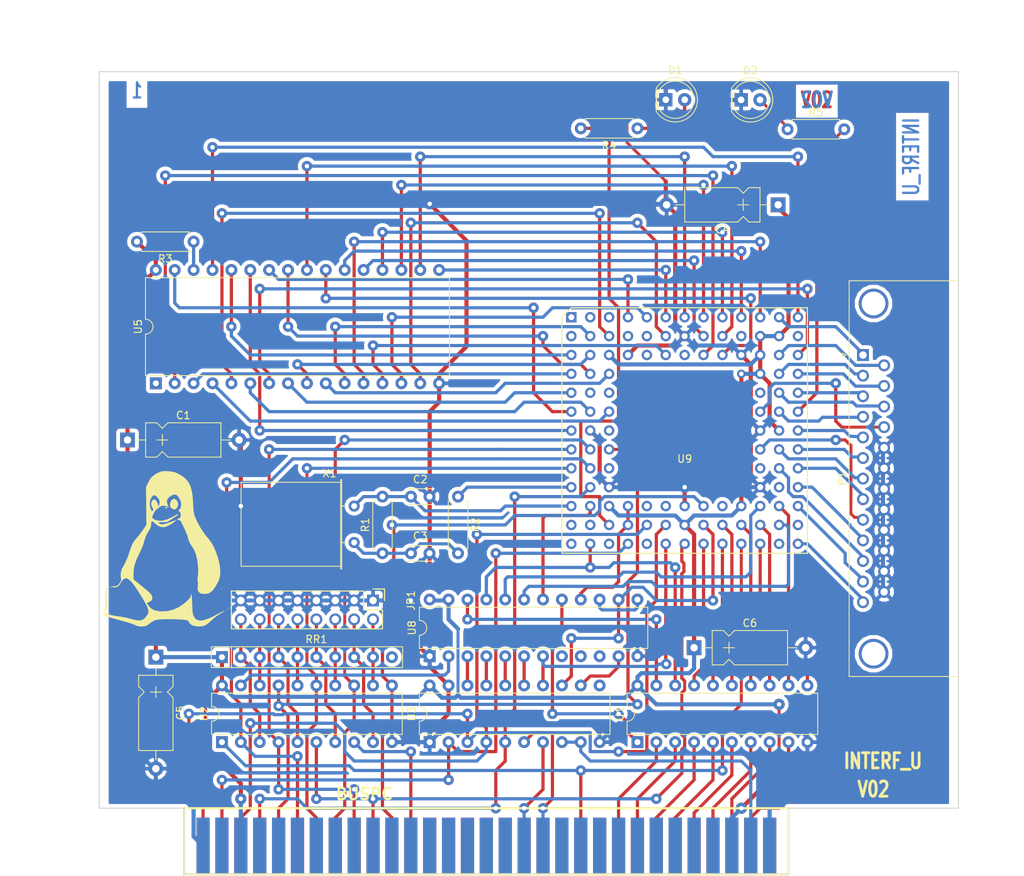
<source format=kicad_pcb>
(kicad_pcb (version 20171130) (host pcbnew "(5.0.0-rc2-151-g11ab8f6dc)")
  (title_block (title Demo) (rev 2.C) (company Kicad))
  (layers (0 top_copper signal) (31 bottom_copper signal) (34 B.Paste user) (35 F.Paste user) (36 B.SilkS user) (37 F.SilkS user) (38 B.Mask user) (39 F.Mask user) (44 Edge.Cuts user))
  (net 0 "")
  (net 1 /8MH-OUT)
  (net 2 /ACK)
  (net 3 /AUTOFD-)
  (net 4 /BIT0)
  (net 5 /BIT1)
  (net 6 /BIT2)
  (net 7 /BIT3)
  (net 8 /BIT4)
  (net 9 /BIT5)
  (net 10 /BIT6)
  (net 11 /BIT7)
  (net 12 /BUST+)
  (net 13 /CLKLCA)
  (net 14 /CS1-)
  (net 15 /D0)
  (net 16 /D1)
  (net 17 /D2)
  (net 18 /D3)
  (net 19 /D4)
  (net 20 /D5)
  (net 21 /D6)
  (net 22 /D7)
  (net 23 /DIR)
  (net 24 /DONE)
  (net 25 /ENBBUF)
  (net 26 /ERROR-)
  (net 27 /INIT-)
  (net 28 /LED1)
  (net 29 /LED2)
  (net 30 /MA0)
  (net 31 /MA1)
  (net 32 /MA10)
  (net 33 /MA11)
  (net 34 /MA12)
  (net 35 /MA13)
  (net 36 /MA14)
  (net 37 /MA15)
  (net 38 /MA16)
  (net 39 /MA2)
  (net 40 /MA3)
  (net 41 /MA4)
  (net 42 /MA5)
  (net 43 /MA6)
  (net 44 /MA7)
  (net 45 /MA8)
  (net 46 /MA9)
  (net 47 /MATCHL)
  (net 48 /MD0)
  (net 49 /MD1)
  (net 50 /MD2)
  (net 51 /MD3)
  (net 52 /MD4)
  (net 53 /MD5)
  (net 54 /MD6)
  (net 55 /MD7)
  (net 56 /OE-)
  (net 57 /PC-A0)
  (net 58 /PC-A1)
  (net 59 /PC-A10)
  (net 60 /PC-A11)
  (net 61 /PC-A2)
  (net 62 /PC-A3)
  (net 63 /PC-A4)
  (net 64 /PC-A5)
  (net 65 /PC-A6)
  (net 66 /PC-A7)
  (net 67 /PC-A8)
  (net 68 /PC-A9)
  (net 69 /PC-AEN)
  (net 70 /PC-DB0)
  (net 71 /PC-DB1)
  (net 72 /PC-DB2)
  (net 73 /PC-DB3)
  (net 74 /PC-DB4)
  (net 75 /PC-DB5)
  (net 76 /PC-DB6)
  (net 77 /PC-DB7)
  (net 78 /PC-IOR)
  (net 79 /PC-IOW)
  (net 80 /PC-RD)
  (net 81 /PC-RST)
  (net 82 /PC-WR)
  (net 83 /PE+)
  (net 84 /PROG-)
  (net 85 /REF10)
  (net 86 /REF11)
  (net 87 /REF4)
  (net 88 /REF5)
  (net 89 /REF6)
  (net 90 /REF7)
  (net 91 /REF8)
  (net 92 /REF9)
  (net 93 /RSTL)
  (net 94 /SEL_LPT)
  (net 95 /SLCT+)
  (net 96 /SLCTIN-)
  (net 97 /STROBE)
  (net 98 /WR-)
  (net 99 /WR_REG)
  (net 100 GND)
  (net 101 VCC)
  (net 102 "Net-(C2-Pad1)")
  (net 103 "Net-(C3-Pad1)")
  (net 104 "Net-(R3-Pad1)")
  (net 105 "Net-(U3-Pad15)")
  (net 106 "Net-(U3-Pad16)")
  (net 107 "Net-(U3-Pad17)")
  (net 108 "Net-(U3-Pad18)")
  (net 109 "Net-(D1-Pad2)")
  (net 110 "Net-(D2-Pad2)")
  (net 111 "Net-(BUS1-Pad4)")
  (net 112 "Net-(BUS1-Pad5)")
  (net 113 "Net-(BUS1-Pad6)")
  (net 114 "Net-(BUS1-Pad7)")
  (net 115 "Net-(BUS1-Pad8)")
  (net 116 "Net-(BUS1-Pad9)")
  (net 117 "Net-(BUS1-Pad10)")
  (net 118 "Net-(BUS1-Pad11)")
  (net 119 "Net-(BUS1-Pad12)")
  (net 120 "Net-(BUS1-Pad15)")
  (net 121 "Net-(BUS1-Pad16)")
  (net 122 "Net-(BUS1-Pad17)")
  (net 123 "Net-(BUS1-Pad18)")
  (net 124 "Net-(BUS1-Pad19)")
  (net 125 "Net-(BUS1-Pad20)")
  (net 126 "Net-(BUS1-Pad21)")
  (net 127 "Net-(BUS1-Pad22)")
  (net 128 "Net-(BUS1-Pad23)")
  (net 129 "Net-(BUS1-Pad24)")
  (net 130 "Net-(BUS1-Pad25)")
  (net 131 "Net-(BUS1-Pad26)")
  (net 132 "Net-(BUS1-Pad27)")
  (net 133 "Net-(BUS1-Pad28)")
  (net 134 "Net-(BUS1-Pad30)")
  (net 135 "Net-(BUS1-Pad32)")
  (net 136 "Net-(BUS1-Pad41)")
  (net 137 "Net-(BUS1-Pad43)")
  (net 138 "Net-(BUS1-Pad44)")
  (net 139 "Net-(BUS1-Pad45)")
  (net 140 "Net-(BUS1-Pad46)")
  (net 141 "Net-(BUS1-Pad47)")
  (net 142 "Net-(BUS1-Pad48)")
  (net 143 "Net-(BUS1-Pad49)")
  (net 144 "Net-(BUS1-Pad50)")
  (net 145 "Net-(RR1-Pad10)")
  (net 146 "Net-(U3-Pad11)")
  (net 147 "Net-(U9-PadN1)")
  (net 148 "Net-(U9-PadN3)")
  (net 149 "Net-(U9-PadM1)")
  (net 150 "Net-(U9-PadM2)")
  (net 151 "Net-(U9-PadJ3)")
  (net 152 "Net-(U9-PadE2)")
  (net 153 "Net-(U9-PadE3)")
  (net 154 "Net-(U9-PadC5)")
  (net 155 "Net-(U9-PadB1)")
  (net 156 "Net-(U9-PadB4)")
  (net 157 "Net-(U9-PadB5)")
  (net 158 "Net-(U9-PadB10)")
  (net 159 "Net-(U9-PadB13)")
  (net 160 "Net-(U9-PadA1)")
  (net 161 "Net-(U9-PadA2)")
  (net 162 "Net-(U9-PadA3)")
  (net 163 "Net-(U9-PadN5)")
  (net 164 "Net-(U9-PadN12)")
  (net 165 "Net-(U9-PadL5)")
  (net 166 "Net-(U9-PadL6)")
  (net 167 "Net-(U9-PadL9)")
  (net 168 "Net-(U9-PadK12)")
  (net 169 "Net-(U9-PadJ11)")
  (net 170 "Net-(U9-PadE11)")
  (net 171 "Net-(U8-Pad8)")
  (net 172 "Net-(U8-Pad9)")
  (net 173 "Net-(U8-Pad10)")
  (module Resistor_THT:R_Axial_DIN0207_L6.3mm_D2.5mm_P7.62mm_Horizontal (layer top_copper) (at 117.475 99.06 90)
    (fp_text reference R1 (at 3.81 -2.31 90) (layer F.SilkS))
    (fp_text value 100K)
    (pad 2 thru_hole oval (at 7.62 0 90) (size 1.6 1.6) (drill 0.8) (layers *.Cu *.Mask) (net 102 "Net-(C2-Pad1)"))
    (pad 1 thru_hole circle (at 0 0 90) (size 1.6 1.6) (drill 0.8) (layers *.Cu *.Mask) (net 103 "Net-(C3-Pad1)"))
  )
  (module Resistor_THT:R_Axial_DIN0207_L6.3mm_D2.5mm_P7.62mm_Horizontal (layer top_copper) (at 127.635 91.44 270)
    (fp_text reference R2 (at 3.81 -2.31 270) (layer F.SilkS))
    (fp_text value 1K)
    (pad 2 thru_hole oval (at 7.62 0 270) (size 1.6 1.6) (drill 0.8) (layers *.Cu *.Mask) (net 103 "Net-(C3-Pad1)"))
    (pad 1 thru_hole circle (at 0 0 270) (size 1.6 1.6) (drill 0.8) (layers *.Cu *.Mask) (net 1 /8MH-OUT))
  )
  (module Resistor_THT:R_Axial_DIN0207_L6.3mm_D2.5mm_P7.62mm_Horizontal (layer top_copper) (at 92.075 57.15 180)
    (fp_text reference R3 (at 3.81 -2.31 180) (layer F.SilkS))
    (fp_text value 10K)
    (pad 2 thru_hole oval (at 7.62 0 180) (size 1.6 1.6) (drill 0.8) (layers *.Cu *.Mask) (net 101 VCC))
    (pad 1 thru_hole circle (at 0 0 180) (size 1.6 1.6) (drill 0.8) (layers *.Cu *.Mask) (net 104 "Net-(R3-Pad1)"))
  )
  (module Resistor_THT:R_Axial_DIN0207_L6.3mm_D2.5mm_P7.62mm_Horizontal (layer top_copper) (at 151.765 41.91 180)
    (fp_text reference R4 (at 3.81 -2.31 180) (layer F.SilkS))
    (fp_text value 330)
    (pad 2 thru_hole oval (at 7.62 0 180) (size 1.6 1.6) (drill 0.8) (layers *.Cu *.Mask) (net 28 /LED1))
    (pad 1 thru_hole circle (at 0 0 180) (size 1.6 1.6) (drill 0.8) (layers *.Cu *.Mask) (net 109 "Net-(D1-Pad2)"))
  )
  (module Resistor_THT:R_Axial_DIN0207_L6.3mm_D2.5mm_P7.62mm_Horizontal (layer top_copper) (at 171.958 42.037)
    (fp_text reference R5 (at 3.81 -2.31) (layer F.SilkS))
    (fp_text value 330)
    (pad 2 thru_hole oval (at 7.62 0) (size 1.6 1.6) (drill 0.8) (layers *.Cu *.Mask) (net 29 /LED2))
    (pad 1 thru_hole circle (at 0 0) (size 1.6 1.6) (drill 0.8) (layers *.Cu *.Mask) (net 110 "Net-(D2-Pad2)"))
  )
  (module interf_u:BUS_PC (layer top_copper) (at 131.445 138.43)
    (fp_text reference BUS1 hide)
    (fp_text value BUSPC (at -16.4 -7) (layer F.SilkS) (effects (font (size 1.524 1.524) (thickness 0.3048))))
    (pad 62 connect rect (at -38.1 0) (size 1.778 7.62) (layers top_copper F.Mask) (net 57 /PC-A0))
    (pad 61 connect rect (at -35.56 0) (size 1.778 7.62) (layers top_copper F.Mask) (net 58 /PC-A1))
    (pad 60 connect rect (at -33.02 0) (size 1.778 7.62) (layers top_copper F.Mask) (net 61 /PC-A2))
    (pad 59 connect rect (at -30.48 0) (size 1.778 7.62) (layers top_copper F.Mask) (net 62 /PC-A3))
    (pad 58 connect rect (at -27.94 0) (size 1.778 7.62) (layers top_copper F.Mask) (net 63 /PC-A4))
    (pad 57 connect rect (at -25.4 0) (size 1.778 7.62) (layers top_copper F.Mask) (net 64 /PC-A5))
    (pad 56 connect rect (at -22.86 0) (size 1.778 7.62) (layers top_copper F.Mask) (net 65 /PC-A6))
    (pad 55 connect rect (at -20.32 0) (size 1.778 7.62) (layers top_copper F.Mask) (net 66 /PC-A7))
    (pad 54 connect rect (at -17.78 0) (size 1.778 7.62) (layers top_copper F.Mask) (net 67 /PC-A8))
    (pad 53 connect rect (at -15.24 0) (size 1.778 7.62) (layers top_copper F.Mask) (net 68 /PC-A9))
    (pad 52 connect rect (at -12.7 0) (size 1.778 7.62) (layers top_copper F.Mask) (net 59 /PC-A10))
    (pad 51 connect rect (at -10.16 0) (size 1.778 7.62) (layers top_copper F.Mask) (net 60 /PC-A11))
    (pad 50 connect rect (at -7.62 0) (size 1.778 7.62) (layers top_copper F.Mask) (net 144 "Net-(BUS1-Pad50)"))
    (pad 49 connect rect (at -5.08 0) (size 1.778 7.62) (layers top_copper F.Mask) (net 143 "Net-(BUS1-Pad49)"))
    (pad 48 connect rect (at -2.54 0) (size 1.778 7.62) (layers top_copper F.Mask) (net 142 "Net-(BUS1-Pad48)"))
    (pad 47 connect rect (at 0 0) (size 1.778 7.62) (layers top_copper F.Mask) (net 141 "Net-(BUS1-Pad47)"))
    (pad 46 connect rect (at 2.54 0) (size 1.778 7.62) (layers top_copper F.Mask) (net 140 "Net-(BUS1-Pad46)"))
    (pad 45 connect rect (at 5.08 0) (size 1.778 7.62) (layers top_copper F.Mask) (net 139 "Net-(BUS1-Pad45)"))
    (pad 44 connect rect (at 7.62 0) (size 1.778 7.62) (layers top_copper F.Mask) (net 138 "Net-(BUS1-Pad44)"))
    (pad 43 connect rect (at 10.16 0) (size 1.778 7.62) (layers top_copper F.Mask) (net 137 "Net-(BUS1-Pad43)"))
    (pad 42 connect rect (at 12.7 0) (size 1.778 7.62) (layers top_copper F.Mask) (net 69 /PC-AEN))
    (pad 41 connect rect (at 15.24 0) (size 1.778 7.62) (layers top_copper F.Mask) (net 136 "Net-(BUS1-Pad41)"))
    (pad 40 connect rect (at 17.78 0) (size 1.778 7.62) (layers top_copper F.Mask) (net 70 /PC-DB0))
    (pad 39 connect rect (at 20.32 0) (size 1.778 7.62) (layers top_copper F.Mask) (net 71 /PC-DB1))
    (pad 38 connect rect (at 22.86 0) (size 1.778 7.62) (layers top_copper F.Mask) (net 72 /PC-DB2))
    (pad 37 connect rect (at 25.4 0) (size 1.778 7.62) (layers top_copper F.Mask) (net 73 /PC-DB3))
    (pad 36 connect rect (at 27.94 0) (size 1.778 7.62) (layers top_copper F.Mask) (net 74 /PC-DB4))
    (pad 35 connect rect (at 30.48 0) (size 1.778 7.62) (layers top_copper F.Mask) (net 75 /PC-DB5))
    (pad 34 connect rect (at 33.02 0) (size 1.778 7.62) (layers top_copper F.Mask) (net 76 /PC-DB6))
    (pad 33 connect rect (at 35.56 0) (size 1.778 7.62) (layers top_copper F.Mask) (net 77 /PC-DB7))
    (pad 32 connect rect (at 38.1 0) (size 1.778 7.62) (layers top_copper F.Mask) (net 135 "Net-(BUS1-Pad32)"))
    (pad 31 connect rect (at -38.1 0) (size 1.778 7.62) (layers bottom_copper B.Mask) (net 100 GND))
    (pad 30 connect rect (at -35.56 0) (size 1.778 7.62) (layers bottom_copper B.Mask) (net 134 "Net-(BUS1-Pad30)"))
    (pad 29 connect rect (at -33.02 0) (size 1.778 7.62) (layers bottom_copper B.Mask) (net 101 VCC))
    (pad 28 connect rect (at -30.48 0) (size 1.778 7.62) (layers bottom_copper B.Mask) (net 133 "Net-(BUS1-Pad28)"))
    (pad 27 connect rect (at -27.94 0) (size 1.778 7.62) (layers bottom_copper B.Mask) (net 132 "Net-(BUS1-Pad27)"))
    (pad 26 connect rect (at -25.4 0) (size 1.778 7.62) (layers bottom_copper B.Mask) (net 131 "Net-(BUS1-Pad26)"))
    (pad 25 connect rect (at -22.86 0) (size 1.778 7.62) (layers bottom_copper B.Mask) (net 130 "Net-(BUS1-Pad25)"))
    (pad 24 connect rect (at -20.32 0) (size 1.778 7.62) (layers bottom_copper B.Mask) (net 129 "Net-(BUS1-Pad24)"))
    (pad 23 connect rect (at -17.78 0) (size 1.778 7.62) (layers bottom_copper B.Mask) (net 128 "Net-(BUS1-Pad23)"))
    (pad 22 connect rect (at -15.24 0) (size 1.778 7.62) (layers bottom_copper B.Mask) (net 127 "Net-(BUS1-Pad22)"))
    (pad 21 connect rect (at -12.7 0) (size 1.778 7.62) (layers bottom_copper B.Mask) (net 126 "Net-(BUS1-Pad21)"))
    (pad 20 connect rect (at -10.16 0) (size 1.778 7.62) (layers bottom_copper B.Mask) (net 125 "Net-(BUS1-Pad20)"))
    (pad 19 connect rect (at -7.62 0) (size 1.778 7.62) (layers bottom_copper B.Mask) (net 124 "Net-(BUS1-Pad19)"))
    (pad 18 connect rect (at -5.08 0) (size 1.778 7.62) (layers bottom_copper B.Mask) (net 123 "Net-(BUS1-Pad18)"))
    (pad 17 connect rect (at -2.54 0) (size 1.778 7.62) (layers bottom_copper B.Mask) (net 122 "Net-(BUS1-Pad17)"))
    (pad 16 connect rect (at 0 0) (size 1.778 7.62) (layers bottom_copper B.Mask) (net 121 "Net-(BUS1-Pad16)"))
    (pad 15 connect rect (at 2.54 0) (size 1.778 7.62) (layers bottom_copper B.Mask) (net 120 "Net-(BUS1-Pad15)"))
    (pad 14 connect rect (at 5.08 0) (size 1.778 7.62) (layers bottom_copper B.Mask) (net 78 /PC-IOR))
    (pad 13 connect rect (at 7.62 0) (size 1.778 7.62) (layers bottom_copper B.Mask) (net 79 /PC-IOW))
    (pad 12 connect rect (at 10.16 0) (size 1.778 7.62) (layers bottom_copper B.Mask) (net 119 "Net-(BUS1-Pad12)"))
    (pad 11 connect rect (at 12.7 0) (size 1.778 7.62) (layers bottom_copper B.Mask) (net 118 "Net-(BUS1-Pad11)"))
    (pad 10 connect rect (at 15.24 0) (size 1.778 7.62) (layers bottom_copper B.Mask) (net 117 "Net-(BUS1-Pad10)"))
    (pad 9 connect rect (at 17.78 0) (size 1.778 7.62) (layers bottom_copper B.Mask) (net 116 "Net-(BUS1-Pad9)"))
    (pad 8 connect rect (at 20.32 0) (size 1.778 7.62) (layers bottom_copper B.Mask) (net 115 "Net-(BUS1-Pad8)"))
    (pad 7 connect rect (at 22.86 0) (size 1.778 7.62) (layers bottom_copper B.Mask) (net 114 "Net-(BUS1-Pad7)"))
    (pad 6 connect rect (at 25.4 0) (size 1.778 7.62) (layers bottom_copper B.Mask) (net 113 "Net-(BUS1-Pad6)"))
    (pad 5 connect rect (at 27.94 0) (size 1.778 7.62) (layers bottom_copper B.Mask) (net 112 "Net-(BUS1-Pad5)"))
    (pad 4 connect rect (at 30.48 0) (size 1.778 7.62) (layers bottom_copper B.Mask) (net 111 "Net-(BUS1-Pad4)"))
    (pad 3 connect rect (at 33.02 0) (size 1.778 7.62) (layers bottom_copper B.Mask) (net 101 VCC))
    (pad 2 connect rect (at 35.56 0) (size 1.778 7.62) (layers bottom_copper B.Mask) (net 81 /PC-RST))
    (pad 1 connect rect (at 38.1 0) (size 1.778 7.62) (layers bottom_copper B.Mask) (net 100 GND))
  )
  (module interf_u:PGA120 (layer top_copper) (at 158.115 82.55 180)
    (fp_text reference U9 (at 0 -3.81 180) (layer F.SilkS))
    (fp_text value 4003APG120)
    (pad N1 thru_hole circle (at 15.24 -15.24 180) (size 1.4 1.4) (drill 0.8) (layers *.Cu *.Mask) (net 147 "Net-(U9-PadN1)"))
    (pad N2 thru_hole circle (at 12.7 -15.24 180) (size 1.4 1.4) (drill 0.8) (layers *.Cu *.Mask) (net 15 /D0))
    (pad N3 thru_hole circle (at 10.16 -15.24 180) (size 1.4 1.4) (drill 0.8) (layers *.Cu *.Mask) (net 148 "Net-(U9-PadN3)"))
    (pad M1 thru_hole circle (at 15.24 -12.7 180) (size 1.4 1.4) (drill 0.8) (layers *.Cu *.Mask) (net 149 "Net-(U9-PadM1)"))
    (pad M2 thru_hole circle (at 12.7 -12.7 180) (size 1.4 1.4) (drill 0.8) (layers *.Cu *.Mask) (net 150 "Net-(U9-PadM2)"))
    (pad M3 thru_hole circle (at 10.16 -12.7 180) (size 1.4 1.4) (drill 0.8) (layers *.Cu *.Mask) (net 28 /LED1))
    (pad L1 thru_hole circle (at 15.24 -10.16 180) (size 1.4 1.4) (drill 0.8) (layers *.Cu *.Mask) (net 102 "Net-(C2-Pad1)"))
    (pad L2 thru_hole circle (at 12.7 -10.16 180) (size 1.4 1.4) (drill 0.8) (layers *.Cu *.Mask) (net 94 /SEL_LPT))
    (pad L3 thru_hole circle (at 10.16 -10.16 180) (size 1.4 1.4) (drill 0.8) (layers *.Cu *.Mask) (net 101 VCC))
    (pad K1 thru_hole circle (at 15.24 -7.62 180) (size 1.4 1.4) (drill 0.8) (layers *.Cu *.Mask) (net 1 /8MH-OUT))
    (pad K2 thru_hole circle (at 12.7 -7.62 180) (size 1.4 1.4) (drill 0.8) (layers *.Cu *.Mask) (net 62 /PC-A3))
    (pad K3 thru_hole circle (at 10.16 -7.62 180) (size 1.4 1.4) (drill 0.8) (layers *.Cu *.Mask) (net 100 GND))
    (pad J1 thru_hole circle (at 15.24 -5.08 180) (size 1.4 1.4) (drill 0.8) (layers *.Cu *.Mask) (net 65 /PC-A6))
    (pad J2 thru_hole circle (at 12.7 -5.08 180) (size 1.4 1.4) (drill 0.8) (layers *.Cu *.Mask) (net 64 /PC-A5))
    (pad J3 thru_hole circle (at 10.16 -5.08 180) (size 1.4 1.4) (drill 0.8) (layers *.Cu *.Mask) (net 151 "Net-(U9-PadJ3)"))
    (pad H1 thru_hole circle (at 15.24 -2.54 180) (size 1.4 1.4) (drill 0.8) (layers *.Cu *.Mask) (net 67 /PC-A8))
    (pad H2 thru_hole circle (at 12.7 -2.54 180) (size 1.4 1.4) (drill 0.8) (layers *.Cu *.Mask) (net 66 /PC-A7))
    (pad H3 thru_hole circle (at 10.16 -2.54 180) (size 1.4 1.4) (drill 0.8) (layers *.Cu *.Mask) (net 63 /PC-A4))
    (pad G1 thru_hole circle (at 15.24 0 180) (size 1.4 1.4) (drill 0.8) (layers *.Cu *.Mask) (net 45 /MA8))
    (pad G2 thru_hole circle (at 12.7 0 180) (size 1.4 1.4) (drill 0.8) (layers *.Cu *.Mask) (net 100 GND))
    (pad G3 thru_hole circle (at 10.16 0 180) (size 1.4 1.4) (drill 0.8) (layers *.Cu *.Mask))
    (pad F1 thru_hole circle (at 15.24 2.54 180) (size 1.4 1.4) (drill 0.8) (layers *.Cu *.Mask) (net 37 /MA15))
    (pad F2 thru_hole circle (at 12.7 2.54 180) (size 1.4 1.4) (drill 0.8) (layers *.Cu *.Mask) (net 43 /MA6))
    (pad F3 thru_hole circle (at 10.16 2.54 180) (size 1.4 1.4) (drill 0.8) (layers *.Cu *.Mask) (net 34 /MA12))
    (pad E1 thru_hole circle (at 15.24 5.08 180) (size 1.4 1.4) (drill 0.8) (layers *.Cu *.Mask) (net 41 /MA4))
    (pad E2 thru_hole circle (at 12.7 5.08 180) (size 1.4 1.4) (drill 0.8) (layers *.Cu *.Mask) (net 152 "Net-(U9-PadE2)"))
    (pad E3 thru_hole circle (at 10.16 5.08 180) (size 1.4 1.4) (drill 0.8) (layers *.Cu *.Mask) (net 153 "Net-(U9-PadE3)"))
    (pad D1 thru_hole circle (at 15.24 7.62 180) (size 1.4 1.4) (drill 0.8) (layers *.Cu *.Mask) (net 36 /MA14))
    (pad D2 thru_hole circle (at 12.7 7.62 180) (size 1.4 1.4) (drill 0.8) (layers *.Cu *.Mask) (net 33 /MA11))
    (pad D3 thru_hole circle (at 10.16 7.62 180) (size 1.4 1.4) (drill 0.8) (layers *.Cu *.Mask) (net 39 /MA2))
    (pad C1 thru_hole circle (at 15.24 10.16 180) (size 1.4 1.4) (drill 0.8) (layers *.Cu *.Mask) (net 35 /MA13))
    (pad C2 thru_hole circle (at 12.7 10.16 180) (size 1.4 1.4) (drill 0.8) (layers *.Cu *.Mask) (net 40 /MA3))
    (pad C3 thru_hole circle (at 10.16 10.16 180) (size 1.4 1.4) (drill 0.8) (layers *.Cu *.Mask) (net 101 VCC))
    (pad C4 thru_hole circle (at 7.62 10.16 180) (size 1.4 1.4) (drill 0.8) (layers *.Cu *.Mask) (net 100 GND))
    (pad C5 thru_hole circle (at 5.08 10.16 180) (size 1.4 1.4) (drill 0.8) (layers *.Cu *.Mask) (net 154 "Net-(U9-PadC5)"))
    (pad C6 thru_hole circle (at 2.54 10.16 180) (size 1.4 1.4) (drill 0.8) (layers *.Cu *.Mask) (net 48 /MD0))
    (pad C7 thru_hole circle (at 0 10.16 180) (size 1.4 1.4) (drill 0.8) (layers *.Cu *.Mask))
    (pad C8 thru_hole circle (at -2.54 10.16 180) (size 1.4 1.4) (drill 0.8) (layers *.Cu *.Mask) (net 38 /MA16))
    (pad C9 thru_hole circle (at -5.08 10.16 180) (size 1.4 1.4) (drill 0.8) (layers *.Cu *.Mask) (net 32 /MA10))
    (pad C10 thru_hole circle (at -7.62 10.16 180) (size 1.4 1.4) (drill 0.8) (layers *.Cu *.Mask) (net 100 GND))
    (pad C11 thru_hole circle (at -10.16 10.16 180) (size 1.4 1.4) (drill 0.8) (layers *.Cu *.Mask) (net 101 VCC))
    (pad C12 thru_hole circle (at -12.7 10.16 180) (size 1.4 1.4) (drill 0.8) (layers *.Cu *.Mask) (net 3 /AUTOFD-))
    (pad C13 thru_hole circle (at -15.24 10.16 180) (size 1.4 1.4) (drill 0.8) (layers *.Cu *.Mask) (net 42 /MA5))
    (pad B1 thru_hole circle (at 15.24 12.7 180) (size 1.4 1.4) (drill 0.8) (layers *.Cu *.Mask) (net 155 "Net-(U9-PadB1)"))
    (pad B2 thru_hole circle (at 12.7 12.7 180) (size 1.4 1.4) (drill 0.8) (layers *.Cu *.Mask) (net 31 /MA1))
    (pad B3 thru_hole circle (at 10.16 12.7 180) (size 1.4 1.4) (drill 0.8) (layers *.Cu *.Mask) (net 44 /MA7))
    (pad B4 thru_hole circle (at 7.62 12.7 180) (size 1.4 1.4) (drill 0.8) (layers *.Cu *.Mask) (net 156 "Net-(U9-PadB4)"))
    (pad B5 thru_hole circle (at 5.08 12.7 180) (size 1.4 1.4) (drill 0.8) (layers *.Cu *.Mask) (net 157 "Net-(U9-PadB5)"))
    (pad B6 thru_hole circle (at 2.54 12.7 180) (size 1.4 1.4) (drill 0.8) (layers *.Cu *.Mask) (net 50 /MD2))
    (pad B7 thru_hole circle (at 0 12.7 180) (size 1.4 1.4) (drill 0.8) (layers *.Cu *.Mask) (net 100 GND))
    (pad B8 thru_hole circle (at -2.54 12.7 180) (size 1.4 1.4) (drill 0.8) (layers *.Cu *.Mask) (net 55 /MD7))
    (pad B9 thru_hole circle (at -5.08 12.7 180) (size 1.4 1.4) (drill 0.8) (layers *.Cu *.Mask) (net 56 /OE-))
    (pad B10 thru_hole circle (at -7.62 12.7 180) (size 1.4 1.4) (drill 0.8) (layers *.Cu *.Mask) (net 158 "Net-(U9-PadB10)"))
    (pad B11 thru_hole circle (at -10.16 12.7 180) (size 1.4 1.4) (drill 0.8) (layers *.Cu *.Mask) (net 101 VCC))
    (pad B12 thru_hole circle (at -12.7 12.7 180) (size 1.4 1.4) (drill 0.8) (layers *.Cu *.Mask) (net 101 VCC))
    (pad B13 thru_hole circle (at -15.24 12.7 180) (size 1.4 1.4) (drill 0.8) (layers *.Cu *.Mask) (net 159 "Net-(U9-PadB13)"))
    (pad A1 thru_hole rect (at 15.24 15.24 180) (size 1.4 1.4) (drill 0.8) (layers *.Cu *.Mask) (net 160 "Net-(U9-PadA1)"))
    (pad A2 thru_hole circle (at 12.7 15.24 180) (size 1.4 1.4) (drill 0.8) (layers *.Cu *.Mask) (net 161 "Net-(U9-PadA2)"))
    (pad A3 thru_hole circle (at 10.16 15.24 180) (size 1.4 1.4) (drill 0.8) (layers *.Cu *.Mask) (net 162 "Net-(U9-PadA3)"))
    (pad A4 thru_hole circle (at 7.62 15.24 180) (size 1.4 1.4) (drill 0.8) (layers *.Cu *.Mask) (net 46 /MA9))
    (pad A5 thru_hole circle (at 5.08 15.24 180) (size 1.4 1.4) (drill 0.8) (layers *.Cu *.Mask) (net 49 /MD1))
    (pad A6 thru_hole circle (at 2.54 15.24 180) (size 1.4 1.4) (drill 0.8) (layers *.Cu *.Mask) (net 51 /MD3))
    (pad A7 thru_hole circle (at 0 15.24 180) (size 1.4 1.4) (drill 0.8) (layers *.Cu *.Mask) (net 52 /MD4))
    (pad A8 thru_hole circle (at -2.54 15.24 180) (size 1.4 1.4) (drill 0.8) (layers *.Cu *.Mask) (net 53 /MD5))
    (pad A9 thru_hole circle (at -5.08 15.24 180) (size 1.4 1.4) (drill 0.8) (layers *.Cu *.Mask) (net 54 /MD6))
    (pad A10 thru_hole circle (at -7.62 15.24 180) (size 1.4 1.4) (drill 0.8) (layers *.Cu *.Mask) (net 14 /CS1-))
    (pad A11 thru_hole circle (at -10.16 15.24 180) (size 1.4 1.4) (drill 0.8) (layers *.Cu *.Mask) (net 30 /MA0))
    (pad A12 thru_hole circle (at -12.7 15.24 180) (size 1.4 1.4) (drill 0.8) (layers *.Cu *.Mask) (net 97 /STROBE))
    (pad A13 thru_hole circle (at -15.24 15.24 180) (size 1.4 1.4) (drill 0.8) (layers *.Cu *.Mask) (net 98 /WR-))
    (pad N4 thru_hole circle (at 7.62 -15.24 180) (size 1.4 1.4) (drill 0.8) (layers *.Cu *.Mask) (net 58 /PC-A1))
    (pad N5 thru_hole circle (at 5.08 -15.24 180) (size 1.4 1.4) (drill 0.8) (layers *.Cu *.Mask) (net 163 "Net-(U9-PadN5)"))
    (pad N6 thru_hole circle (at 2.54 -15.24 180) (size 1.4 1.4) (drill 0.8) (layers *.Cu *.Mask) (net 82 /PC-WR))
    (pad N7 thru_hole circle (at 0 -15.24 180) (size 1.4 1.4) (drill 0.8) (layers *.Cu *.Mask) (net 68 /PC-A9))
    (pad N8 thru_hole circle (at -2.54 -15.24 180) (size 1.4 1.4) (drill 0.8) (layers *.Cu *.Mask) (net 16 /D1))
    (pad N9 thru_hole circle (at -5.08 -15.24 180) (size 1.4 1.4) (drill 0.8) (layers *.Cu *.Mask) (net 17 /D2))
    (pad N10 thru_hole circle (at -7.62 -15.24 180) (size 1.4 1.4) (drill 0.8) (layers *.Cu *.Mask) (net 69 /PC-AEN))
    (pad N11 thru_hole circle (at -10.16 -15.24 180) (size 1.4 1.4) (drill 0.8) (layers *.Cu *.Mask) (net 20 /D5))
    (pad N12 thru_hole circle (at -12.7 -15.24 180) (size 1.4 1.4) (drill 0.8) (layers *.Cu *.Mask) (net 164 "Net-(U9-PadN12)"))
    (pad N13 thru_hole circle (at -15.24 -15.24 180) (size 1.4 1.4) (drill 0.8) (layers *.Cu *.Mask) (net 95 /SLCT+))
    (pad M4 thru_hole circle (at 7.62 -12.7 180) (size 1.4 1.4) (drill 0.8) (layers *.Cu *.Mask) (net 13 /CLKLCA))
    (pad M5 thru_hole circle (at 5.08 -12.7 180) (size 1.4 1.4) (drill 0.8) (layers *.Cu *.Mask) (net 61 /PC-A2))
    (pad M6 thru_hole circle (at 2.54 -12.7 180) (size 1.4 1.4) (drill 0.8) (layers *.Cu *.Mask) (net 57 /PC-A0))
    (pad M7 thru_hole circle (at 0 -12.7 180) (size 1.4 1.4) (drill 0.8) (layers *.Cu *.Mask) (net 101 VCC))
    (pad M8 thru_hole circle (at -2.54 -12.7 180) (size 1.4 1.4) (drill 0.8) (layers *.Cu *.Mask) (net 80 /PC-RD))
    (pad M9 thru_hole circle (at -5.08 -12.7 180) (size 1.4 1.4) (drill 0.8) (layers *.Cu *.Mask) (net 18 /D3))
    (pad M10 thru_hole circle (at -7.62 -12.7 180) (size 1.4 1.4) (drill 0.8) (layers *.Cu *.Mask) (net 19 /D4))
    (pad M11 thru_hole circle (at -10.16 -12.7 180) (size 1.4 1.4) (drill 0.8) (layers *.Cu *.Mask) (net 21 /D6))
    (pad M12 thru_hole circle (at -12.7 -12.7 180) (size 1.4 1.4) (drill 0.8) (layers *.Cu *.Mask) (net 84 /PROG-))
    (pad M13 thru_hole circle (at -15.24 -12.7 180) (size 1.4 1.4) (drill 0.8) (layers *.Cu *.Mask))
    (pad L4 thru_hole circle (at 7.62 -10.16 180) (size 1.4 1.4) (drill 0.8) (layers *.Cu *.Mask) (net 13 /CLKLCA))
    (pad L5 thru_hole circle (at 5.08 -10.16 180) (size 1.4 1.4) (drill 0.8) (layers *.Cu *.Mask) (net 165 "Net-(U9-PadL5)"))
    (pad L6 thru_hole circle (at 2.54 -10.16 180) (size 1.4 1.4) (drill 0.8) (layers *.Cu *.Mask) (net 166 "Net-(U9-PadL6)"))
    (pad L7 thru_hole circle (at 0 -10.16 180) (size 1.4 1.4) (drill 0.8) (layers *.Cu *.Mask) (net 100 GND))
    (pad L8 thru_hole circle (at -2.54 -10.16 180) (size 1.4 1.4) (drill 0.8) (layers *.Cu *.Mask) (net 59 /PC-A10))
    (pad L9 thru_hole circle (at -5.08 -10.16 180) (size 1.4 1.4) (drill 0.8) (layers *.Cu *.Mask) (net 167 "Net-(U9-PadL9)"))
    (pad L10 thru_hole circle (at -7.62 -10.16 180) (size 1.4 1.4) (drill 0.8) (layers *.Cu *.Mask) (net 101 VCC))
    (pad L11 thru_hole circle (at -10.16 -10.16 180) (size 1.4 1.4) (drill 0.8) (layers *.Cu *.Mask) (net 24 /DONE))
    (pad L12 thru_hole circle (at -12.7 -10.16 180) (size 1.4 1.4) (drill 0.8) (layers *.Cu *.Mask) (net 22 /D7))
    (pad L13 thru_hole circle (at -15.24 -10.16 180) (size 1.4 1.4) (drill 0.8) (layers *.Cu *.Mask) (net 83 /PE+))
    (pad K11 thru_hole circle (at -10.16 -7.62 180) (size 1.4 1.4) (drill 0.8) (layers *.Cu *.Mask) (net 100 GND))
    (pad K12 thru_hole circle (at -12.7 -7.62 180) (size 1.4 1.4) (drill 0.8) (layers *.Cu *.Mask) (net 168 "Net-(U9-PadK12)"))
    (pad K13 thru_hole circle (at -15.24 -7.62 180) (size 1.4 1.4) (drill 0.8) (layers *.Cu *.Mask) (net 2 /ACK))
    (pad J11 thru_hole circle (at -10.16 -5.08 180) (size 1.4 1.4) (drill 0.8) (layers *.Cu *.Mask) (net 169 "Net-(U9-PadJ11)"))
    (pad J12 thru_hole circle (at -12.7 -5.08 180) (size 1.4 1.4) (drill 0.8) (layers *.Cu *.Mask) (net 12 /BUST+))
    (pad J13 thru_hole circle (at -15.24 -5.08 180) (size 1.4 1.4) (drill 0.8) (layers *.Cu *.Mask) (net 10 /BIT6))
    (pad H11 thru_hole circle (at -10.16 -2.54 180) (size 1.4 1.4) (drill 0.8) (layers *.Cu *.Mask) (net 11 /BIT7))
    (pad H12 thru_hole circle (at -12.7 -2.54 180) (size 1.4 1.4) (drill 0.8) (layers *.Cu *.Mask) (net 9 /BIT5))
    (pad H13 thru_hole circle (at -15.24 -2.54 180) (size 1.4 1.4) (drill 0.8) (layers *.Cu *.Mask) (net 8 /BIT4))
    (pad G11 thru_hole circle (at -10.16 0 180) (size 1.4 1.4) (drill 0.8) (layers *.Cu *.Mask) (net 100 GND))
    (pad G12 thru_hole circle (at -12.7 0 180) (size 1.4 1.4) (drill 0.8) (layers *.Cu *.Mask) (net 101 VCC))
    (pad G13 thru_hole circle (at -15.24 0 180) (size 1.4 1.4) (drill 0.8) (layers *.Cu *.Mask) (net 7 /BIT3))
    (pad F11 thru_hole circle (at -10.16 2.54 180) (size 1.4 1.4) (drill 0.8) (layers *.Cu *.Mask) (net 96 /SLCTIN-))
    (pad F12 thru_hole circle (at -12.7 2.54 180) (size 1.4 1.4) (drill 0.8) (layers *.Cu *.Mask) (net 6 /BIT2))
    (pad F13 thru_hole circle (at -15.24 2.54 180) (size 1.4 1.4) (drill 0.8) (layers *.Cu *.Mask) (net 29 /LED2))
    (pad E11 thru_hole circle (at -10.16 5.08 180) (size 1.4 1.4) (drill 0.8) (layers *.Cu *.Mask) (net 170 "Net-(U9-PadE11)"))
    (pad E12 thru_hole circle (at -12.7 5.08 180) (size 1.4 1.4) (drill 0.8) (layers *.Cu *.Mask) (net 27 /INIT-))
    (pad E13 thru_hole circle (at -15.24 5.08 180) (size 1.4 1.4) (drill 0.8) (layers *.Cu *.Mask) (net 5 /BIT1))
    (pad D11 thru_hole circle (at -10.16 7.62 180) (size 1.4 1.4) (drill 0.8) (layers *.Cu *.Mask) (net 101 VCC))
    (pad D12 thru_hole circle (at -12.7 7.62 180) (size 1.4 1.4) (drill 0.8) (layers *.Cu *.Mask) (net 4 /BIT0))
    (pad D13 thru_hole circle (at -15.24 7.62 180) (size 1.4 1.4) (drill 0.8) (layers *.Cu *.Mask) (net 26 /ERROR-))
  )
  (module Resistor_THT:R_Array_SIP10 (layer top_copper) (at 95.885 113.03)
    (fp_text reference RR1 (at 12.7 -2.4) (layer F.SilkS))
    (fp_text value 9x1K)
    (pad 1 thru_hole rect (at 0 0) (size 1.6 1.6) (drill 0.8) (layers *.Cu *.Mask) (net 101 VCC))
    (pad 2 thru_hole oval (at 2.54 0) (size 1.6 1.6) (drill 0.8) (layers *.Cu *.Mask) (net 88 /REF5))
    (pad 3 thru_hole oval (at 5.08 0) (size 1.6 1.6) (drill 0.8) (layers *.Cu *.Mask) (net 87 /REF4))
    (pad 4 thru_hole oval (at 7.62 0) (size 1.6 1.6) (drill 0.8) (layers *.Cu *.Mask) (net 91 /REF8))
    (pad 5 thru_hole oval (at 10.16 0) (size 1.6 1.6) (drill 0.8) (layers *.Cu *.Mask) (net 89 /REF6))
    (pad 6 thru_hole oval (at 12.7 0) (size 1.6 1.6) (drill 0.8) (layers *.Cu *.Mask) (net 92 /REF9))
    (pad 7 thru_hole oval (at 15.24 0) (size 1.6 1.6) (drill 0.8) (layers *.Cu *.Mask) (net 90 /REF7))
    (pad 8 thru_hole oval (at 17.78 0) (size 1.6 1.6) (drill 0.8) (layers *.Cu *.Mask) (net 86 /REF11))
    (pad 9 thru_hole oval (at 20.32 0) (size 1.6 1.6) (drill 0.8) (layers *.Cu *.Mask) (net 85 /REF10))
    (pad 10 thru_hole oval (at 22.86 0) (size 1.6 1.6) (drill 0.8) (layers *.Cu *.Mask) (net 145 "Net-(RR1-Pad10)"))
  )
  (module Connector_Dsub:DSUB-25_Female_Horizontal_P2.77x2.84mm_EdgePinOffset9.90mm_Housed_MountingHolesOffset11.32mm (layer top_copper) (at 182.1 72.4 90)
    (fp_text reference P1 (at -16.62 -2.8 90) (layer F.SilkS))
    (fp_text value DB25FEMELLE)
    (pad 1 thru_hole rect (at 0 0 90) (size 1.6 1.6) (drill 1) (layers *.Cu *.Mask) (net 97 /STROBE))
    (pad 2 thru_hole circle (at -2.77 0 90) (size 1.6 1.6) (drill 1) (layers *.Cu *.Mask) (net 4 /BIT0))
    (pad 3 thru_hole circle (at -5.54 0 90) (size 1.6 1.6) (drill 1) (layers *.Cu *.Mask) (net 5 /BIT1))
    (pad 4 thru_hole circle (at -8.31 0 90) (size 1.6 1.6) (drill 1) (layers *.Cu *.Mask) (net 6 /BIT2))
    (pad 5 thru_hole circle (at -11.08 0 90) (size 1.6 1.6) (drill 1) (layers *.Cu *.Mask) (net 7 /BIT3))
    (pad 6 thru_hole circle (at -13.85 0 90) (size 1.6 1.6) (drill 1) (layers *.Cu *.Mask) (net 8 /BIT4))
    (pad 7 thru_hole circle (at -16.62 0 90) (size 1.6 1.6) (drill 1) (layers *.Cu *.Mask) (net 9 /BIT5))
    (pad 8 thru_hole circle (at -19.39 0 90) (size 1.6 1.6) (drill 1) (layers *.Cu *.Mask) (net 10 /BIT6))
    (pad 9 thru_hole circle (at -22.16 0 90) (size 1.6 1.6) (drill 1) (layers *.Cu *.Mask) (net 11 /BIT7))
    (pad 10 thru_hole circle (at -24.93 0 90) (size 1.6 1.6) (drill 1) (layers *.Cu *.Mask) (net 2 /ACK))
    (pad 11 thru_hole circle (at -27.7 0 90) (size 1.6 1.6) (drill 1) (layers *.Cu *.Mask) (net 12 /BUST+))
    (pad 12 thru_hole circle (at -30.47 0 90) (size 1.6 1.6) (drill 1) (layers *.Cu *.Mask) (net 83 /PE+))
    (pad 13 thru_hole circle (at -33.24 0 90) (size 1.6 1.6) (drill 1) (layers *.Cu *.Mask) (net 95 /SLCT+))
    (pad 14 thru_hole circle (at -1.385 2.84 90) (size 1.6 1.6) (drill 1) (layers *.Cu *.Mask) (net 3 /AUTOFD-))
    (pad 15 thru_hole circle (at -4.155 2.84 90) (size 1.6 1.6) (drill 1) (layers *.Cu *.Mask) (net 26 /ERROR-))
    (pad 16 thru_hole circle (at -6.925 2.84 90) (size 1.6 1.6) (drill 1) (layers *.Cu *.Mask) (net 27 /INIT-))
    (pad 17 thru_hole circle (at -9.695 2.84 90) (size 1.6 1.6) (drill 1) (layers *.Cu *.Mask) (net 96 /SLCTIN-))
    (pad 18 thru_hole circle (at -12.465 2.84 90) (size 1.6 1.6) (drill 1) (layers *.Cu *.Mask) (net 100 GND))
    (pad 19 thru_hole circle (at -15.235 2.84 90) (size 1.6 1.6) (drill 1) (layers *.Cu *.Mask) (net 100 GND))
    (pad 20 thru_hole circle (at -18.005 2.84 90) (size 1.6 1.6) (drill 1) (layers *.Cu *.Mask) (net 100 GND))
    (pad 21 thru_hole circle (at -20.775 2.84 90) (size 1.6 1.6) (drill 1) (layers *.Cu *.Mask) (net 100 GND))
    (pad 22 thru_hole circle (at -23.545 2.84 90) (size 1.6 1.6) (drill 1) (layers *.Cu *.Mask) (net 100 GND))
    (pad 23 thru_hole circle (at -26.315 2.84 90) (size 1.6 1.6) (drill 1) (layers *.Cu *.Mask) (net 100 GND))
    (pad 24 thru_hole circle (at -29.085 2.84 90) (size 1.6 1.6) (drill 1) (layers *.Cu *.Mask) (net 100 GND))
    (pad 25 thru_hole circle (at -31.855 2.84 90) (size 1.6 1.6) (drill 1) (layers *.Cu *.Mask) (net 100 GND))
    (pad 0 thru_hole circle (at -40.17 1.42 90) (size 4 4) (drill 3.2) (layers *.Cu *.Mask))
    (pad 0 thru_hole circle (at 6.93 1.42 90) (size 4 4) (drill 3.2) (layers *.Cu *.Mask))
  )
  (module LED_THT:LED_D5.0mm (layer top_copper) (at 165.71 38.08)
    (fp_text reference D2 (at 1.27 -3.96) (layer F.SilkS))
    (fp_text value LED)
    (pad 2 thru_hole circle (at 2.54 0) (size 1.8 1.8) (drill 0.9) (layers *.Cu *.Mask) (net 110 "Net-(D2-Pad2)"))
    (pad 1 thru_hole rect (at 0 0) (size 1.8 1.8) (drill 0.9) (layers *.Cu *.Mask) (net 100 GND))
  )
  (module LED_THT:LED_D5.0mm (layer top_copper) (at 155.58 38.06)
    (fp_text reference D1 (at 1.27 -3.96) (layer F.SilkS))
    (fp_text value LED)
    (pad 1 thru_hole rect (at 0 0) (size 1.8 1.8) (drill 0.9) (layers *.Cu *.Mask) (net 100 GND))
    (pad 2 thru_hole circle (at 2.54 0) (size 1.8 1.8) (drill 0.9) (layers *.Cu *.Mask) (net 109 "Net-(D1-Pad2)"))
  )
  (module LOGO (layer top_copper) (at 88.646 98.425)
    (fp_text reference G1 hide)
    (fp_text value Tux hide)
  )
  (module Crystal:Crystal_HC18-U_Horizontal (layer top_copper) (at 113.665 92.71 270)
    (fp_text reference X1 (at -4.375 3.3125) (layer F.SilkS))
    (fp_text value 8MHz)
    (pad 1 thru_hole circle (at 0 0 270) (size 1.5 1.5) (drill 0.8) (layers *.Cu *.Mask) (net 102 "Net-(C2-Pad1)"))
    (pad 2 thru_hole circle (at 4.9 0 270) (size 1.5 1.5) (drill 0.8) (layers *.Cu *.Mask) (net 103 "Net-(C3-Pad1)"))
  )
  (module Pin_Headers:Pin_Header_Straight_2x08 (layer top_copper) (at 116.205 105.41 270)
    (fp_text reference JP1 (at 0 -5.1 270) (layer F.SilkS))
    (fp_text value CONN_8X2 hide)
    (pad 1 thru_hole rect (at 0 0 270) (size 1.6 1.6) (drill 1) (layers *.Cu *.Mask) (net 100 GND))
    (pad 2 thru_hole circle (at 2.54 0 270) (size 1.6 1.6) (drill 1) (layers *.Cu *.Mask) (net 85 /REF10))
    (pad 3 thru_hole circle (at 0 2.54 270) (size 1.6 1.6) (drill 1) (layers *.Cu *.Mask) (net 100 GND))
    (pad 4 thru_hole circle (at 2.54 2.54 270) (size 1.6 1.6) (drill 1) (layers *.Cu *.Mask) (net 86 /REF11))
    (pad 5 thru_hole circle (at 0 5.08 270) (size 1.6 1.6) (drill 1) (layers *.Cu *.Mask) (net 100 GND))
    (pad 6 thru_hole circle (at 2.54 5.08 270) (size 1.6 1.6) (drill 1) (layers *.Cu *.Mask) (net 90 /REF7))
    (pad 7 thru_hole circle (at 0 7.62 270) (size 1.6 1.6) (drill 1) (layers *.Cu *.Mask) (net 100 GND))
    (pad 8 thru_hole circle (at 2.54 7.62 270) (size 1.6 1.6) (drill 1) (layers *.Cu *.Mask) (net 92 /REF9))
    (pad 9 thru_hole circle (at 0 10.16 270) (size 1.6 1.6) (drill 1) (layers *.Cu *.Mask) (net 100 GND))
    (pad 10 thru_hole circle (at 2.54 10.16 270) (size 1.6 1.6) (drill 1) (layers *.Cu *.Mask) (net 89 /REF6))
    (pad 11 thru_hole circle (at 0 12.7 270) (size 1.6 1.6) (drill 1) (layers *.Cu *.Mask) (net 100 GND))
    (pad 12 thru_hole circle (at 2.54 12.7 270) (size 1.6 1.6) (drill 1) (layers *.Cu *.Mask) (net 91 /REF8))
    (pad 13 thru_hole circle (at 0 15.24 270) (size 1.6 1.6) (drill 1) (layers *.Cu *.Mask) (net 100 GND))
    (pad 14 thru_hole circle (at 2.54 15.24 270) (size 1.6 1.6) (drill 1) (layers *.Cu *.Mask) (net 87 /REF4))
    (pad 15 thru_hole circle (at 0 17.78 270) (size 1.6 1.6) (drill 1) (layers *.Cu *.Mask) (net 100 GND))
    (pad 16 thru_hole circle (at 2.54 17.78 270) (size 1.6 1.6) (drill 1) (layers *.Cu *.Mask) (net 88 /REF5))
  )
  (module Capacitor_THT:CP_Axial_L10.0mm_D4.5mm_P15.00mm_Horizontal (layer top_copper) (at 159.385 111.76)
    (fp_text reference C6 (at 7.5 -3.31) (layer F.SilkS))
    (fp_text value 47uF)
    (pad 1 thru_hole rect (at 0 0) (size 2 2) (drill 1) (layers *.Cu *.Mask) (net 101 VCC))
    (pad 2 thru_hole oval (at 15 0) (size 2 2) (drill 1) (layers *.Cu *.Mask) (net 100 GND))
  )
  (module Capacitor_THT:CP_Axial_L10.0mm_D4.5mm_P15.00mm_Horizontal (layer top_copper) (at 86.995 113.03 270)
    (fp_text reference C5 (at 7.5 -3.31 270) (layer F.SilkS))
    (fp_text value 47uF)
    (pad 1 thru_hole rect (at 0 0 270) (size 2 2) (drill 1) (layers *.Cu *.Mask) (net 101 VCC))
    (pad 2 thru_hole oval (at 15 0 270) (size 2 2) (drill 1) (layers *.Cu *.Mask) (net 100 GND))
  )
  (module Capacitor_THT:CP_Axial_L10.0mm_D4.5mm_P15.00mm_Horizontal (layer top_copper) (at 170.688 52.197 180)
    (fp_text reference C4 (at 7.5 -3.31 180) (layer F.SilkS))
    (fp_text value 47uF)
    (pad 1 thru_hole rect (at 0 0 180) (size 2 2) (drill 1) (layers *.Cu *.Mask) (net 101 VCC))
    (pad 2 thru_hole oval (at 15 0 180) (size 2 2) (drill 1) (layers *.Cu *.Mask) (net 100 GND))
  )
  (module Capacitor_THT:CP_Axial_L10.0mm_D4.5mm_P15.00mm_Horizontal (layer top_copper) (at 83.185 83.82)
    (fp_text reference C1 (at 7.5 -3.31) (layer F.SilkS))
    (fp_text value 47uF)
    (pad 1 thru_hole rect (at 0 0) (size 2 2) (drill 1) (layers *.Cu *.Mask) (net 101 VCC))
    (pad 2 thru_hole oval (at 15 0) (size 2 2) (drill 1) (layers *.Cu *.Mask) (net 100 GND))
  )
  (module Capacitor_THT:C_Disc_D3.0mm_W2.0mm_P2.50mm (layer top_copper) (at 121.305 99.06)
    (fp_text reference C3 (at 1.25 -2.31) (layer F.SilkS))
    (fp_text value 47pF)
    (pad 1 thru_hole circle (at 0 0) (size 1.6 1.6) (drill 0.8) (layers *.Cu *.Mask) (net 103 "Net-(C3-Pad1)"))
    (pad 2 thru_hole circle (at 2.5 0) (size 1.6 1.6) (drill 0.8) (layers *.Cu *.Mask) (net 100 GND))
  )
  (module Capacitor_THT:C_Disc_D3.0mm_W2.0mm_P2.50mm (layer top_copper) (at 121.305 91.44)
    (fp_text reference C2 (at 1.25 -2.31) (layer F.SilkS))
    (fp_text value 47pF)
    (pad 1 thru_hole circle (at 0 0) (size 1.6 1.6) (drill 0.8) (layers *.Cu *.Mask) (net 102 "Net-(C2-Pad1)"))
    (pad 2 thru_hole circle (at 2.5 0) (size 1.6 1.6) (drill 0.8) (layers *.Cu *.Mask) (net 100 GND))
  )
  (module Package_DIP:DIP-20_W7.62mm (layer top_copper) (at 123.825 124.46 90)
    (fp_text reference U3 (at 3.81 -2.39 90) (layer F.SilkS))
    (fp_text value 74LS541)
    (pad 1 thru_hole rect (at 0 0 90) (size 1.6 1.6) (drill 0.8) (layers *.Cu *.Mask) (net 100 GND))
    (pad 11 thru_hole oval (at 7.62 22.86 90) (size 1.6 1.6) (drill 0.8) (layers *.Cu *.Mask) (net 146 "Net-(U3-Pad11)"))
    (pad 2 thru_hole oval (at 0 2.54 90) (size 1.6 1.6) (drill 0.8) (layers *.Cu *.Mask) (net 58 /PC-A1))
    (pad 12 thru_hole oval (at 7.62 20.32 90) (size 1.6 1.6) (drill 0.8) (layers *.Cu *.Mask) (net 93 /RSTL))
    (pad 3 thru_hole oval (at 0 5.08 90) (size 1.6 1.6) (drill 0.8) (layers *.Cu *.Mask) (net 57 /PC-A0))
    (pad 13 thru_hole oval (at 7.62 17.78 90) (size 1.6 1.6) (drill 0.8) (layers *.Cu *.Mask) (net 80 /PC-RD))
    (pad 4 thru_hole oval (at 0 7.62 90) (size 1.6 1.6) (drill 0.8) (layers *.Cu *.Mask) (net 61 /PC-A2))
    (pad 14 thru_hole oval (at 7.62 15.24 90) (size 1.6 1.6) (drill 0.8) (layers *.Cu *.Mask) (net 82 /PC-WR))
    (pad 5 thru_hole oval (at 0 10.16 90) (size 1.6 1.6) (drill 0.8) (layers *.Cu *.Mask) (net 62 /PC-A3))
    (pad 15 thru_hole oval (at 7.62 12.7 90) (size 1.6 1.6) (drill 0.8) (layers *.Cu *.Mask) (net 105 "Net-(U3-Pad15)"))
    (pad 6 thru_hole oval (at 0 12.7 90) (size 1.6 1.6) (drill 0.8) (layers *.Cu *.Mask) (net 79 /PC-IOW))
    (pad 16 thru_hole oval (at 7.62 10.16 90) (size 1.6 1.6) (drill 0.8) (layers *.Cu *.Mask) (net 106 "Net-(U3-Pad16)"))
    (pad 7 thru_hole oval (at 0 15.24 90) (size 1.6 1.6) (drill 0.8) (layers *.Cu *.Mask) (net 78 /PC-IOR))
    (pad 17 thru_hole oval (at 7.62 7.62 90) (size 1.6 1.6) (drill 0.8) (layers *.Cu *.Mask) (net 107 "Net-(U3-Pad17)"))
    (pad 8 thru_hole oval (at 0 17.78 90) (size 1.6 1.6) (drill 0.8) (layers *.Cu *.Mask) (net 81 /PC-RST))
    (pad 18 thru_hole oval (at 7.62 5.08 90) (size 1.6 1.6) (drill 0.8) (layers *.Cu *.Mask) (net 108 "Net-(U3-Pad18)"))
    (pad 9 thru_hole oval (at 0 20.32 90) (size 1.6 1.6) (drill 0.8) (layers *.Cu *.Mask) (net 81 /PC-RST))
    (pad 19 thru_hole oval (at 7.62 2.54 90) (size 1.6 1.6) (drill 0.8) (layers *.Cu *.Mask) (net 100 GND))
    (pad 10 thru_hole oval (at 0 22.86 90) (size 1.6 1.6) (drill 0.8) (layers *.Cu *.Mask) (net 100 GND))
    (pad 20 thru_hole oval (at 7.62 0 90) (size 1.6 1.6) (drill 0.8) (layers *.Cu *.Mask) (net 101 VCC))
  )
  (module Package_DIP:DIP-20_W7.62mm (layer top_copper) (at 95.885 124.46 90)
    (fp_text reference U2 (at 3.81 -2.39 90) (layer F.SilkS))
    (fp_text value 74LS688)
    (pad 1 thru_hole rect (at 0 0 90) (size 1.6 1.6) (drill 0.8) (layers *.Cu *.Mask) (net 69 /PC-AEN))
    (pad 11 thru_hole oval (at 7.62 22.86 90) (size 1.6 1.6) (drill 0.8) (layers *.Cu *.Mask) (net 59 /PC-A10))
    (pad 2 thru_hole oval (at 0 2.54 90) (size 1.6 1.6) (drill 0.8) (layers *.Cu *.Mask) (net 64 /PC-A5))
    (pad 12 thru_hole oval (at 7.62 20.32 90) (size 1.6 1.6) (drill 0.8) (layers *.Cu *.Mask) (net 85 /REF10))
    (pad 3 thru_hole oval (at 0 5.08 90) (size 1.6 1.6) (drill 0.8) (layers *.Cu *.Mask) (net 88 /REF5))
    (pad 13 thru_hole oval (at 7.62 17.78 90) (size 1.6 1.6) (drill 0.8) (layers *.Cu *.Mask) (net 66 /PC-A7))
    (pad 4 thru_hole oval (at 0 7.62 90) (size 1.6 1.6) (drill 0.8) (layers *.Cu *.Mask) (net 67 /PC-A8))
    (pad 14 thru_hole oval (at 7.62 15.24 90) (size 1.6 1.6) (drill 0.8) (layers *.Cu *.Mask) (net 90 /REF7))
    (pad 5 thru_hole oval (at 0 10.16 90) (size 1.6 1.6) (drill 0.8) (layers *.Cu *.Mask) (net 91 /REF8))
    (pad 15 thru_hole oval (at 7.62 12.7 90) (size 1.6 1.6) (drill 0.8) (layers *.Cu *.Mask) (net 65 /PC-A6))
    (pad 6 thru_hole oval (at 0 12.7 90) (size 1.6 1.6) (drill 0.8) (layers *.Cu *.Mask) (net 68 /PC-A9))
    (pad 16 thru_hole oval (at 7.62 10.16 90) (size 1.6 1.6) (drill 0.8) (layers *.Cu *.Mask) (net 89 /REF6))
    (pad 7 thru_hole oval (at 0 15.24 90) (size 1.6 1.6) (drill 0.8) (layers *.Cu *.Mask) (net 92 /REF9))
    (pad 17 thru_hole oval (at 7.62 7.62 90) (size 1.6 1.6) (drill 0.8) (layers *.Cu *.Mask) (net 63 /PC-A4))
    (pad 8 thru_hole oval (at 0 17.78 90) (size 1.6 1.6) (drill 0.8) (layers *.Cu *.Mask) (net 60 /PC-A11))
    (pad 18 thru_hole oval (at 7.62 5.08 90) (size 1.6 1.6) (drill 0.8) (layers *.Cu *.Mask) (net 87 /REF4))
    (pad 9 thru_hole oval (at 0 20.32 90) (size 1.6 1.6) (drill 0.8) (layers *.Cu *.Mask) (net 86 /REF11))
    (pad 19 thru_hole oval (at 7.62 2.54 90) (size 1.6 1.6) (drill 0.8) (layers *.Cu *.Mask) (net 47 /MATCHL))
    (pad 10 thru_hole oval (at 0 22.86 90) (size 1.6 1.6) (drill 0.8) (layers *.Cu *.Mask) (net 100 GND))
    (pad 20 thru_hole oval (at 7.62 0 90) (size 1.6 1.6) (drill 0.8) (layers *.Cu *.Mask) (net 101 VCC))
  )
  (module Package_DIP:DIP-20_W7.62mm (layer top_copper) (at 151.765 124.46 90)
    (fp_text reference U1 (at 3.81 -2.39 90) (layer F.SilkS))
    (fp_text value 74LS245)
    (pad 1 thru_hole rect (at 0 0 90) (size 1.6 1.6) (drill 0.8) (layers *.Cu *.Mask) (net 23 /DIR))
    (pad 11 thru_hole oval (at 7.62 22.86 90) (size 1.6 1.6) (drill 0.8) (layers *.Cu *.Mask) (net 22 /D7))
    (pad 2 thru_hole oval (at 0 2.54 90) (size 1.6 1.6) (drill 0.8) (layers *.Cu *.Mask) (net 70 /PC-DB0))
    (pad 12 thru_hole oval (at 7.62 20.32 90) (size 1.6 1.6) (drill 0.8) (layers *.Cu *.Mask) (net 21 /D6))
    (pad 3 thru_hole oval (at 0 5.08 90) (size 1.6 1.6) (drill 0.8) (layers *.Cu *.Mask) (net 71 /PC-DB1))
    (pad 13 thru_hole oval (at 7.62 17.78 90) (size 1.6 1.6) (drill 0.8) (layers *.Cu *.Mask) (net 20 /D5))
    (pad 4 thru_hole oval (at 0 7.62 90) (size 1.6 1.6) (drill 0.8) (layers *.Cu *.Mask) (net 72 /PC-DB2))
    (pad 14 thru_hole oval (at 7.62 15.24 90) (size 1.6 1.6) (drill 0.8) (layers *.Cu *.Mask) (net 19 /D4))
    (pad 5 thru_hole oval (at 0 10.16 90) (size 1.6 1.6) (drill 0.8) (layers *.Cu *.Mask) (net 73 /PC-DB3))
    (pad 15 thru_hole oval (at 7.62 12.7 90) (size 1.6 1.6) (drill 0.8) (layers *.Cu *.Mask) (net 18 /D3))
    (pad 6 thru_hole oval (at 0 12.7 90) (size 1.6 1.6) (drill 0.8) (layers *.Cu *.Mask) (net 74 /PC-DB4))
    (pad 16 thru_hole oval (at 7.62 10.16 90) (size 1.6 1.6) (drill 0.8) (layers *.Cu *.Mask) (net 17 /D2))
    (pad 7 thru_hole oval (at 0 15.24 90) (size 1.6 1.6) (drill 0.8) (layers *.Cu *.Mask) (net 75 /PC-DB5))
    (pad 17 thru_hole oval (at 7.62 7.62 90) (size 1.6 1.6) (drill 0.8) (layers *.Cu *.Mask) (net 16 /D1))
    (pad 8 thru_hole oval (at 0 17.78 90) (size 1.6 1.6) (drill 0.8) (layers *.Cu *.Mask) (net 76 /PC-DB6))
    (pad 18 thru_hole oval (at 7.62 5.08 90) (size 1.6 1.6) (drill 0.8) (layers *.Cu *.Mask) (net 15 /D0))
    (pad 9 thru_hole oval (at 0 20.32 90) (size 1.6 1.6) (drill 0.8) (layers *.Cu *.Mask) (net 77 /PC-DB7))
    (pad 19 thru_hole oval (at 7.62 2.54 90) (size 1.6 1.6) (drill 0.8) (layers *.Cu *.Mask) (net 25 /ENBBUF))
    (pad 10 thru_hole oval (at 0 22.86 90) (size 1.6 1.6) (drill 0.8) (layers *.Cu *.Mask) (net 100 GND))
    (pad 20 thru_hole oval (at 7.62 0 90) (size 1.6 1.6) (drill 0.8) (layers *.Cu *.Mask) (net 101 VCC))
  )
  (module Package_DIP:DIP-32_W15.24mm (layer top_copper) (at 86.995 76.2 90)
    (fp_text reference U5 (at 7.62 -2.39 90) (layer F.SilkS))
    (fp_text value 628128)
    (pad 32 thru_hole oval (at 15.24 0 90) (size 1.6 1.6) (drill 0.8) (layers *.Cu *.Mask) (net 101 VCC))
    (pad 16 thru_hole oval (at 0 38.1 90) (size 1.6 1.6) (drill 0.8) (layers *.Cu *.Mask) (net 100 GND))
    (pad 31 thru_hole oval (at 15.24 2.54 90) (size 1.6 1.6) (drill 0.8) (layers *.Cu *.Mask) (net 37 /MA15))
    (pad 15 thru_hole oval (at 0 35.56 90) (size 1.6 1.6) (drill 0.8) (layers *.Cu *.Mask) (net 50 /MD2))
    (pad 30 thru_hole oval (at 15.24 5.08 90) (size 1.6 1.6) (drill 0.8) (layers *.Cu *.Mask) (net 104 "Net-(R3-Pad1)"))
    (pad 14 thru_hole oval (at 0 33.02 90) (size 1.6 1.6) (drill 0.8) (layers *.Cu *.Mask) (net 49 /MD1))
    (pad 29 thru_hole oval (at 15.24 7.62 90) (size 1.6 1.6) (drill 0.8) (layers *.Cu *.Mask) (net 98 /WR-))
    (pad 13 thru_hole oval (at 0 30.48 90) (size 1.6 1.6) (drill 0.8) (layers *.Cu *.Mask) (net 48 /MD0))
    (pad 28 thru_hole oval (at 15.24 10.16 90) (size 1.6 1.6) (drill 0.8) (layers *.Cu *.Mask) (net 35 /MA13))
    (pad 12 thru_hole oval (at 0 27.94 90) (size 1.6 1.6) (drill 0.8) (layers *.Cu *.Mask) (net 30 /MA0))
    (pad 27 thru_hole oval (at 15.24 12.7 90) (size 1.6 1.6) (drill 0.8) (layers *.Cu *.Mask) (net 45 /MA8))
    (pad 11 thru_hole oval (at 0 25.4 90) (size 1.6 1.6) (drill 0.8) (layers *.Cu *.Mask) (net 31 /MA1))
    (pad 26 thru_hole oval (at 15.24 15.24 90) (size 1.6 1.6) (drill 0.8) (layers *.Cu *.Mask) (net 46 /MA9))
    (pad 10 thru_hole oval (at 0 22.86 90) (size 1.6 1.6) (drill 0.8) (layers *.Cu *.Mask) (net 39 /MA2))
    (pad 25 thru_hole oval (at 15.24 17.78 90) (size 1.6 1.6) (drill 0.8) (layers *.Cu *.Mask) (net 33 /MA11))
    (pad 9 thru_hole oval (at 0 20.32 90) (size 1.6 1.6) (drill 0.8) (layers *.Cu *.Mask) (net 40 /MA3))
    (pad 24 thru_hole oval (at 15.24 20.32 90) (size 1.6 1.6) (drill 0.8) (layers *.Cu *.Mask) (net 56 /OE-))
    (pad 8 thru_hole oval (at 0 17.78 90) (size 1.6 1.6) (drill 0.8) (layers *.Cu *.Mask) (net 41 /MA4))
    (pad 23 thru_hole oval (at 15.24 22.86 90) (size 1.6 1.6) (drill 0.8) (layers *.Cu *.Mask) (net 32 /MA10))
    (pad 7 thru_hole oval (at 0 15.24 90) (size 1.6 1.6) (drill 0.8) (layers *.Cu *.Mask) (net 42 /MA5))
    (pad 22 thru_hole oval (at 15.24 25.4 90) (size 1.6 1.6) (drill 0.8) (layers *.Cu *.Mask) (net 14 /CS1-))
    (pad 6 thru_hole oval (at 0 12.7 90) (size 1.6 1.6) (drill 0.8) (layers *.Cu *.Mask) (net 43 /MA6))
    (pad 21 thru_hole oval (at 15.24 27.94 90) (size 1.6 1.6) (drill 0.8) (layers *.Cu *.Mask) (net 55 /MD7))
    (pad 5 thru_hole oval (at 0 10.16 90) (size 1.6 1.6) (drill 0.8) (layers *.Cu *.Mask) (net 44 /MA7))
    (pad 20 thru_hole oval (at 15.24 30.48 90) (size 1.6 1.6) (drill 0.8) (layers *.Cu *.Mask) (net 54 /MD6))
    (pad 4 thru_hole oval (at 0 7.62 90) (size 1.6 1.6) (drill 0.8) (layers *.Cu *.Mask) (net 34 /MA12))
    (pad 19 thru_hole oval (at 15.24 33.02 90) (size 1.6 1.6) (drill 0.8) (layers *.Cu *.Mask) (net 53 /MD5))
    (pad 3 thru_hole oval (at 0 5.08 90) (size 1.6 1.6) (drill 0.8) (layers *.Cu *.Mask) (net 36 /MA14))
    (pad 18 thru_hole oval (at 15.24 35.56 90) (size 1.6 1.6) (drill 0.8) (layers *.Cu *.Mask) (net 52 /MD4))
    (pad 2 thru_hole oval (at 0 2.54 90) (size 1.6 1.6) (drill 0.8) (layers *.Cu *.Mask) (net 38 /MA16))
    (pad 17 thru_hole oval (at 15.24 38.1 90) (size 1.6 1.6) (drill 0.8) (layers *.Cu *.Mask) (net 51 /MD3))
    (pad 1 thru_hole rect (at 0 0 90) (size 1.6 1.6) (drill 0.8) (layers *.Cu *.Mask))
  )
  (module Package_DIP:DIP-24_W7.62mm (layer top_copper) (at 123.825 112.903 90)
    (fp_text reference U8 (at 3.81 -2.39 90) (layer F.SilkS))
    (fp_text value EP600)
    (pad 1 thru_hole rect (at 0 0 90) (size 1.6 1.6) (drill 0.8) (layers *.Cu *.Mask) (net 100 GND))
    (pad 13 thru_hole oval (at 7.62 27.94 90) (size 1.6 1.6) (drill 0.8) (layers *.Cu *.Mask) (net 99 /WR_REG))
    (pad 2 thru_hole oval (at 0 2.54 90) (size 1.6 1.6) (drill 0.8) (layers *.Cu *.Mask) (net 47 /MATCHL))
    (pad 14 thru_hole oval (at 7.62 25.4 90) (size 1.6 1.6) (drill 0.8) (layers *.Cu *.Mask) (net 80 /PC-RD))
    (pad 3 thru_hole oval (at 0 5.08 90) (size 1.6 1.6) (drill 0.8) (layers *.Cu *.Mask) (net 108 "Net-(U3-Pad18)"))
    (pad 15 thru_hole oval (at 7.62 22.86 90) (size 1.6 1.6) (drill 0.8) (layers *.Cu *.Mask) (net 99 /WR_REG))
    (pad 4 thru_hole oval (at 0 7.62 90) (size 1.6 1.6) (drill 0.8) (layers *.Cu *.Mask) (net 107 "Net-(U3-Pad17)"))
    (pad 16 thru_hole oval (at 7.62 20.32 90) (size 1.6 1.6) (drill 0.8) (layers *.Cu *.Mask) (net 13 /CLKLCA))
    (pad 5 thru_hole oval (at 0 10.16 90) (size 1.6 1.6) (drill 0.8) (layers *.Cu *.Mask) (net 106 "Net-(U3-Pad16)"))
    (pad 17 thru_hole oval (at 7.62 17.78 90) (size 1.6 1.6) (drill 0.8) (layers *.Cu *.Mask) (net 23 /DIR))
    (pad 6 thru_hole oval (at 0 12.7 90) (size 1.6 1.6) (drill 0.8) (layers *.Cu *.Mask) (net 105 "Net-(U3-Pad15)"))
    (pad 18 thru_hole oval (at 7.62 15.24 90) (size 1.6 1.6) (drill 0.8) (layers *.Cu *.Mask) (net 94 /SEL_LPT))
    (pad 7 thru_hole oval (at 0 15.24 90) (size 1.6 1.6) (drill 0.8) (layers *.Cu *.Mask) (net 82 /PC-WR))
    (pad 19 thru_hole oval (at 7.62 12.7 90) (size 1.6 1.6) (drill 0.8) (layers *.Cu *.Mask) (net 84 /PROG-))
    (pad 8 thru_hole oval (at 0 17.78 90) (size 1.6 1.6) (drill 0.8) (layers *.Cu *.Mask) (net 171 "Net-(U8-Pad8)"))
    (pad 20 thru_hole oval (at 7.62 10.16 90) (size 1.6 1.6) (drill 0.8) (layers *.Cu *.Mask) (net 24 /DONE))
    (pad 9 thru_hole oval (at 0 20.32 90) (size 1.6 1.6) (drill 0.8) (layers *.Cu *.Mask) (net 172 "Net-(U8-Pad9)"))
    (pad 21 thru_hole oval (at 7.62 7.62 90) (size 1.6 1.6) (drill 0.8) (layers *.Cu *.Mask) (net 15 /D0))
    (pad 10 thru_hole oval (at 0 22.86 90) (size 1.6 1.6) (drill 0.8) (layers *.Cu *.Mask) (net 173 "Net-(U8-Pad10)"))
    (pad 22 thru_hole oval (at 7.62 5.08 90) (size 1.6 1.6) (drill 0.8) (layers *.Cu *.Mask) (net 25 /ENBBUF))
    (pad 11 thru_hole oval (at 0 25.4 90) (size 1.6 1.6) (drill 0.8) (layers *.Cu *.Mask) (net 93 /RSTL))
    (pad 23 thru_hole oval (at 7.62 2.54 90) (size 1.6 1.6) (drill 0.8) (layers *.Cu *.Mask) (net 101 VCC))
    (pad 12 thru_hole oval (at 0 27.94 90) (size 1.6 1.6) (drill 0.8) (layers *.Cu *.Mask) (net 100 GND))
    (pad 24 thru_hole oval (at 7.62 0 90) (size 1.6 1.6) (drill 0.8) (layers *.Cu *.Mask) (net 101 VCC))
  )
  (gr_text 1 (at 84.455 36.83) (layer bottom_copper) (effects (font (size 2.032 1.524) (thickness 0.3048)) (justify mirror)))
  (gr_text 2 (at 81.915 39.37) (layer top_copper) (effects (font (size 2.032 1.524) (thickness 0.3048))))
  (gr_text INTERF_U (at 188.595 45.72 90) (layer bottom_copper) (effects (font (size 2.032 1.524) (thickness 0.3048)) (justify mirror)))
  (gr_text INTERF_U (at 183.515 45.72 90) (layer top_copper) (effects (font (size 2.032 1.524) (thickness 0.3048))))
  (gr_text V02 (at 175.895 38.1) (layer bottom_copper) (effects (font (size 2.032 1.524) (thickness 0.381)) (justify mirror)))
  (gr_text V02 (at 175.895 38.1) (layer top_copper) (effects (font (size 2.032 1.524) (thickness 0.381))))
  (gr_text INTERF_U (at 184.785 127) (layer F.SilkS) (effects (font (size 2.032 1.524) (thickness 0.381))))
  (gr_text V02 (at 183.515 130.81) (layer F.SilkS) (effects (font (size 2.032 1.524) (thickness 0.381))))
  (gr_line (start 90.805 133.35) (end 90.805 140.97) (layer Edge.Cuts) (width 0.127))
  (gr_line (start 90.805 140.97) (end 90.805 142.24) (layer Edge.Cuts) (width 0.127))
  (gr_line (start 90.805 142.24) (end 172.085 142.24) (layer Edge.Cuts) (width 0.127))
  (gr_line (start 172.085 142.24) (end 172.085 133.35) (layer Edge.Cuts) (width 0.127))
  (gr_line (start 172.085 133.35) (end 194.945 133.35) (layer Edge.Cuts) (width 0.127))
  (gr_line (start 194.945 133.35) (end 194.945 34.29) (layer Edge.Cuts) (width 0.127))
  (gr_line (start 90.805 133.35) (end 79.375 133.35) (layer Edge.Cuts) (width 0.127))
  (gr_line (start 79.375 133.35) (end 79.375 34.29) (layer Edge.Cuts) (width 0.127))
  (gr_line (start 79.375 34.29) (end 194.945 34.29) (layer Edge.Cuts) (width 0.127))
  (segment (start 128.905 90.17) (end 142.875 90.17) (width 0.4318) (layer bottom_copper) (net 1))
  (segment (start 127.635 91.44) (end 128.905 90.17) (width 0.4318) (layer bottom_copper) (net 1))
  (segment (start 173.355 90.17) (end 175.26 90.17) (width 0.4318) (layer bottom_copper) (net 2))
  (segment (start 180.34 95.25) (end 175.26 90.17) (width 0.4318) (layer bottom_copper) (net 2))
  (segment (start 182.245 97.282) (end 180.34 95.377) (width 0.4318) (layer bottom_copper) (net 2))
  (segment (start 180.34 95.25) (end 180.34 95.377) (width 0.4318) (layer bottom_copper) (net 2))
  (segment (start 170.815 72.39) (end 172.085 71.12) (width 0.4318) (layer bottom_copper) (net 3))
  (segment (start 178.435 71.12) (end 181.102 73.787) (width 0.4318) (layer bottom_copper) (net 3))
  (segment (start 184.785 73.787) (end 184.785 73.9648) (width 0.4318) (layer bottom_copper) (net 3))
  (segment (start 181.102 73.787) (end 184.785 73.787) (width 0.4318) (layer bottom_copper) (net 3))
  (segment (start 172.085 71.12) (end 178.435 71.12) (width 0.4318) (layer bottom_copper) (net 3))
  (segment (start 170.815 74.93) (end 172.085 73.66) (width 0.4318) (layer bottom_copper) (net 4))
  (segment (start 172.085 73.66) (end 179.705 73.66) (width 0.4318) (layer bottom_copper) (net 4))
  (segment (start 180.975 74.93) (end 182.245 74.93) (width 0.4318) (layer bottom_copper) (net 4))
  (segment (start 182.245 74.93) (end 182.245 75.184) (width 0.4318) (layer bottom_copper) (net 4))
  (segment (start 179.705 73.66) (end 180.975 74.93) (width 0.4318) (layer bottom_copper) (net 4))
  (segment (start 173.355 77.47) (end 182.245 77.47) (width 0.4318) (layer bottom_copper) (net 5))
  (segment (start 182.245 77.47) (end 182.245 77.851) (width 0.4318) (layer bottom_copper) (net 5))
  (segment (start 176.657 80.772) (end 182.245 80.772) (width 0.4318) (layer bottom_copper) (net 6))
  (segment (start 182.245 80.772) (end 182.245 80.645) (width 0.4318) (layer bottom_copper) (net 6))
  (segment (start 176.149 81.28) (end 176.657 80.772) (width 0.4318) (layer bottom_copper) (net 6))
  (segment (start 172.085 81.28) (end 176.149 81.28) (width 0.4318) (layer bottom_copper) (net 6))
  (segment (start 170.815 80.01) (end 172.085 81.28) (width 0.4318) (layer bottom_copper) (net 6))
  (segment (start 173.355 82.55) (end 179.578 82.55) (width 0.4318) (layer bottom_copper) (net 7))
  (segment (start 180.34 83.312) (end 182.245 83.439) (width 0.4318) (layer bottom_copper) (net 7))
  (segment (start 179.578 82.55) (end 180.34 83.312) (width 0.4318) (layer bottom_copper) (net 7))
  (segment (start 179.578 85.09) (end 180.594 86.106) (width 0.4318) (layer bottom_copper) (net 8))
  (segment (start 173.355 85.09) (end 179.578 85.09) (width 0.4318) (layer bottom_copper) (net 8))
  (segment (start 182.245 86.106) (end 182.245 86.233) (width 0.4318) (layer bottom_copper) (net 8))
  (segment (start 180.594 86.106) (end 182.245 86.106) (width 0.4318) (layer bottom_copper) (net 8))
  (segment (start 172.085 86.36) (end 178.435 86.36) (width 0.4318) (layer bottom_copper) (net 9))
  (segment (start 178.435 86.36) (end 180.975 88.9) (width 0.4318) (layer bottom_copper) (net 9))
  (segment (start 180.975 88.9) (end 182.245 88.9) (width 0.4318) (layer bottom_copper) (net 9))
  (segment (start 170.815 85.09) (end 172.085 86.36) (width 0.4318) (layer bottom_copper) (net 9))
  (segment (start 178.435 87.63) (end 182.245 91.44) (width 0.4318) (layer bottom_copper) (net 10))
  (segment (start 182.245 91.44) (end 182.245 91.694) (width 0.4318) (layer bottom_copper) (net 10))
  (segment (start 173.355 87.63) (end 178.435 87.63) (width 0.4318) (layer bottom_copper) (net 10))
  (segment (start 180.975 94.234) (end 181.774 94.234) (width 0.4) (layer top_copper) (net 11))
  (segment (start 181.774 94.234) (end 182.1 94.56) (width 0.4) (layer top_copper) (net 11))
  (segment (start 180.467 93.726) (end 180.975 94.234) (width 0.4) (layer top_copper) (net 11))
  (segment (start 180.467 92.202) (end 180.467 93.726) (width 0.4) (layer top_copper) (net 11))
  (segment (start 180.467 84.582) (end 180.467 92.202) (width 0.4318) (layer top_copper) (net 11))
  (segment (start 179.705 83.82) (end 180.467 84.582) (width 0.4318) (layer top_copper) (net 11))
  (segment (start 178.435 83.82) (end 179.705 83.82) (width 0.4318) (layer top_copper) (net 11))
  (segment (start 182.245 93.98) (end 182.245 94.488) (width 0.4318) (layer top_copper) (net 11))
  (via (at 178.435 83.82) (size 1.397) (layers top_copper bottom_copper) (net 11))
  (segment (start 168.275 85.09) (end 169.545 83.82) (width 0.4318) (layer bottom_copper) (net 11))
  (segment (start 169.545 83.82) (end 178.435 83.82) (width 0.4318) (layer bottom_copper) (net 11))
  (segment (start 172.085 90.805) (end 172.72 91.44) (width 0.4318) (layer bottom_copper) (net 12))
  (segment (start 182.245 99.695) (end 182.245 99.949) (width 0.4318) (layer bottom_copper) (net 12))
  (segment (start 172.72 91.44) (end 173.99 91.44) (width 0.4318) (layer bottom_copper) (net 12))
  (segment (start 173.99 91.44) (end 182.245 99.695) (width 0.4318) (layer bottom_copper) (net 12))
  (segment (start 172.085 88.9) (end 172.085 90.805) (width 0.4318) (layer bottom_copper) (net 12))
  (segment (start 170.815 87.63) (end 172.085 88.9) (width 0.4318) (layer bottom_copper) (net 12))
  (segment (start 148.463 103.632) (end 144.9705 103.632) (width 0.4318) (layer top_copper) (net 13))
  (segment (start 149.225 102.87) (end 148.463 103.632) (width 0.4318) (layer top_copper) (net 13))
  (segment (start 150.495 95.25) (end 149.225 96.52) (width 0.4318) (layer top_copper) (net 13))
  (segment (start 149.225 96.52) (end 149.225 102.87) (width 0.4318) (layer top_copper) (net 13))
  (segment (start 144.9705 103.632) (end 144.145 104.4575) (width 0.4318) (layer top_copper) (net 13))
  (segment (start 144.145 104.4575) (end 144.145 105.41) (width 0.4318) (layer top_copper) (net 13))
  (segment (start 150.495 92.71) (end 150.495 95.25) (width 0.4318) (layer top_copper) (net 13))
  (segment (start 165.735 58.42) (end 113.665 58.42) (width 0.4318) (layer bottom_copper) (net 14))
  (segment (start 165.735 67.31) (end 165.735 58.42) (width 0.4318) (layer top_copper) (net 14))
  (via (at 165.735 58.42) (size 1.397) (layers top_copper bottom_copper) (net 14))
  (segment (start 112.395 59.69) (end 112.395 60.96) (width 0.4318) (layer bottom_copper) (net 14))
  (segment (start 113.665 58.42) (end 112.395 59.69) (width 0.4318) (layer bottom_copper) (net 14))
  (segment (start 131.445 105.41) (end 131.445 102.235) (width 0.4318) (layer bottom_copper) (net 15))
  (segment (start 145.415 100.965) (end 145.415 97.79) (width 0.4318) (layer top_copper) (net 15))
  (segment (start 156.845 100.965) (end 156.845 116.84) (width 0.4318) (layer top_copper) (net 15))
  (segment (start 148.59 100.33) (end 156.21 100.33) (width 0.4318) (layer bottom_copper) (net 15))
  (segment (start 131.445 102.235) (end 132.715 100.965) (width 0.4318) (layer bottom_copper) (net 15))
  (segment (start 145.415 100.965) (end 147.955 100.965) (width 0.4318) (layer bottom_copper) (net 15))
  (segment (start 132.715 100.965) (end 145.415 100.965) (width 0.4318) (layer bottom_copper) (net 15))
  (segment (start 156.21 100.33) (end 156.845 100.965) (width 0.4318) (layer bottom_copper) (net 15))
  (via (at 156.845 100.965) (size 1.397) (layers top_copper bottom_copper) (net 15))
  (via (at 145.415 100.965) (size 1.397) (layers top_copper bottom_copper) (net 15))
  (segment (start 147.955 100.965) (end 148.59 100.33) (width 0.4318) (layer bottom_copper) (net 15))
  (segment (start 160.655 106.68) (end 160.655 97.79) (width 0.4318) (layer top_copper) (net 16))
  (segment (start 161.29 107.315) (end 160.655 106.68) (width 0.4318) (layer top_copper) (net 16))
  (segment (start 161.29 113.665) (end 161.29 107.315) (width 0.4318) (layer top_copper) (net 16))
  (segment (start 159.385 116.84) (end 159.385 115.57) (width 0.4318) (layer top_copper) (net 16))
  (segment (start 159.385 115.57) (end 161.29 113.665) (width 0.4318) (layer top_copper) (net 16))
  (segment (start 163.195 114.3) (end 161.925 115.57) (width 0.4318) (layer top_copper) (net 17))
  (segment (start 161.925 115.57) (end 161.925 116.84) (width 0.4318) (layer top_copper) (net 17))
  (segment (start 163.195 97.79) (end 163.195 114.3) (width 0.4318) (layer top_copper) (net 17))
  (segment (start 164.465 96.52) (end 164.465 116.84) (width 0.4318) (layer top_copper) (net 18))
  (segment (start 163.195 95.25) (end 164.465 96.52) (width 0.4318) (layer top_copper) (net 18))
  (segment (start 165.735 95.25) (end 167.005 96.52) (width 0.4318) (layer top_copper) (net 19))
  (segment (start 167.005 96.52) (end 167.005 116.84) (width 0.4318) (layer top_copper) (net 19))
  (segment (start 168.275 112.395) (end 169.545 113.665) (width 0.4318) (layer top_copper) (net 20))
  (segment (start 169.545 113.665) (end 169.545 116.84) (width 0.4318) (layer top_copper) (net 20))
  (segment (start 168.275 97.79) (end 168.275 112.395) (width 0.4318) (layer top_copper) (net 20))
  (segment (start 168.275 95.25) (end 169.545 96.52) (width 0.4318) (layer top_copper) (net 21))
  (segment (start 169.545 96.52) (end 169.545 111.76) (width 0.4318) (layer top_copper) (net 21))
  (segment (start 172.085 114.3) (end 172.085 116.84) (width 0.4318) (layer top_copper) (net 21))
  (segment (start 169.545 111.76) (end 172.085 114.3) (width 0.4318) (layer top_copper) (net 21))
  (segment (start 170.815 92.71) (end 172.085 93.98) (width 0.4318) (layer top_copper) (net 22))
  (segment (start 172.085 112.395) (end 174.625 114.935) (width 0.4318) (layer top_copper) (net 22))
  (segment (start 174.625 114.935) (end 174.625 116.84) (width 0.4318) (layer top_copper) (net 22))
  (segment (start 172.085 93.98) (end 172.085 112.395) (width 0.4318) (layer top_copper) (net 22))
  (segment (start 150.495 121.92) (end 150.495 123.19) (width 0.4318) (layer top_copper) (net 23))
  (segment (start 140.335 120.65) (end 149.225 120.65) (width 0.4318) (layer bottom_copper) (net 23))
  (segment (start 150.495 123.19) (end 151.765 124.46) (width 0.4318) (layer top_copper) (net 23))
  (via (at 149.225 120.65) (size 1.397) (layers top_copper bottom_copper) (net 23))
  (via (at 140.335 120.65) (size 1.397) (layers top_copper bottom_copper) (net 23))
  (segment (start 149.225 120.65) (end 150.495 121.92) (width 0.4318) (layer top_copper) (net 23))
  (segment (start 141.605 109.22) (end 140.335 110.49) (width 0.4318) (layer top_copper) (net 23))
  (segment (start 141.605 105.41) (end 141.605 109.22) (width 0.4318) (layer top_copper) (net 23))
  (segment (start 140.335 110.49) (end 140.335 120.65) (width 0.4318) (layer top_copper) (net 23))
  (segment (start 167.005 101.6) (end 167.005 93.98) (width 0.4318) (layer bottom_copper) (net 24))
  (segment (start 154.305 101.6) (end 154.94 102.235) (width 0.4318) (layer bottom_copper) (net 24))
  (segment (start 166.37 102.235) (end 167.005 101.6) (width 0.4318) (layer bottom_copper) (net 24))
  (segment (start 134.3025 102.235) (end 149.225 102.235) (width 0.4318) (layer bottom_copper) (net 24))
  (segment (start 133.985 102.5525) (end 134.3025 102.235) (width 0.4318) (layer bottom_copper) (net 24))
  (segment (start 133.985 105.41) (end 133.985 102.5525) (width 0.4318) (layer bottom_copper) (net 24))
  (segment (start 167.005 93.98) (end 168.275 92.71) (width 0.4318) (layer bottom_copper) (net 24))
  (segment (start 149.86 101.6) (end 154.305 101.6) (width 0.4318) (layer bottom_copper) (net 24))
  (segment (start 149.225 102.235) (end 149.86 101.6) (width 0.4318) (layer bottom_copper) (net 24))
  (segment (start 154.94 102.235) (end 166.37 102.235) (width 0.4318) (layer bottom_copper) (net 24))
  (segment (start 128.905 107.95) (end 154.305 107.95) (width 0.4318) (layer bottom_copper) (net 25))
  (segment (start 154.305 107.95) (end 154.305 116.84) (width 0.4318) (layer top_copper) (net 25))
  (via (at 154.305 107.95) (size 1.397) (layers top_copper bottom_copper) (net 25))
  (segment (start 128.905 105.41) (end 128.905 107.95) (width 0.4318) (layer top_copper) (net 25))
  (via (at 128.905 107.95) (size 1.397) (layers top_copper bottom_copper) (net 25))
  (segment (start 173.355 74.93) (end 179.451 74.93) (width 0.4318) (layer bottom_copper) (net 26))
  (segment (start 181.102 76.581) (end 184.785 76.581) (width 0.4318) (layer bottom_copper) (net 26))
  (segment (start 184.785 76.5048) (end 184.785 76.581) (width 0.4318) (layer bottom_copper) (net 26))
  (segment (start 179.451 74.93) (end 181.102 76.581) (width 0.4318) (layer bottom_copper) (net 26))
  (segment (start 170.815 77.47) (end 172.085 78.74) (width 0.4318) (layer bottom_copper) (net 27))
  (segment (start 180.721 78.74) (end 181.229 79.248) (width 0.4318) (layer bottom_copper) (net 27))
  (segment (start 184.785 79.248) (end 184.785 79.2988) (width 0.4318) (layer bottom_copper) (net 27))
  (segment (start 172.085 78.74) (end 180.721 78.74) (width 0.4318) (layer bottom_copper) (net 27))
  (segment (start 181.229 79.248) (end 184.785 79.248) (width 0.4318) (layer bottom_copper) (net 27))
  (segment (start 144.145 91.44) (end 144.145 81.28) (width 0.4318) (layer top_copper) (net 28))
  (segment (start 146.685 91.44) (end 144.145 91.44) (width 0.4318) (layer top_copper) (net 28))
  (segment (start 147.955 95.25) (end 146.685 93.98) (width 0.4318) (layer top_copper) (net 28))
  (segment (start 147.955 64.77) (end 147.955 43.561) (width 0.4318) (layer top_copper) (net 28))
  (segment (start 146.685 93.98) (end 146.685 91.44) (width 0.4318) (layer top_copper) (net 28))
  (segment (start 147.955 43.561) (end 146.304 41.91) (width 0.4318) (layer top_copper) (net 28))
  (segment (start 144.145 81.28) (end 149.225 81.28) (width 0.4318) (layer top_copper) (net 28))
  (segment (start 149.225 81.28) (end 149.225 66.04) (width 0.4318) (layer top_copper) (net 28))
  (segment (start 146.304 41.91) (end 144.145 41.91) (width 0.4318) (layer top_copper) (net 28))
  (segment (start 149.225 66.04) (end 147.955 64.77) (width 0.4318) (layer top_copper) (net 28))
  (segment (start 175.895 77.47) (end 175.895 46.736) (width 0.4318) (layer top_copper) (net 29))
  (segment (start 179.578 42.037) (end 175.895 45.72) (width 0.381) (layer top_copper) (net 29))
  (segment (start 175.895 45.72) (end 175.895 46.736) (width 0.381) (layer top_copper) (net 29))
  (segment (start 173.355 80.01) (end 175.895 77.47) (width 0.4318) (layer top_copper) (net 29))
  (via (at 113.665 57.15) (size 1.397) (layers top_copper bottom_copper) (net 30))
  (segment (start 114.935 74.93) (end 113.665 73.66) (width 0.4318) (layer top_copper) (net 30))
  (segment (start 168.275 67.31) (end 168.275 57.15) (width 0.4318) (layer top_copper) (net 30))
  (segment (start 113.665 57.15) (end 113.665 73.66) (width 0.4318) (layer top_copper) (net 30))
  (via (at 168.275 57.15) (size 1.397) (layers top_copper bottom_copper) (net 30))
  (segment (start 114.935 76.2) (end 114.935 74.93) (width 0.4318) (layer top_copper) (net 30))
  (segment (start 168.275 57.15) (end 113.665 57.15) (width 0.4318) (layer bottom_copper) (net 30))
  (segment (start 145.415 69.85) (end 144.145 68.58) (width 0.4318) (layer bottom_copper) (net 31))
  (segment (start 111.125 73.66) (end 111.125 68.58) (width 0.4318) (layer top_copper) (net 31))
  (segment (start 144.145 68.58) (end 111.125 68.58) (width 0.4318) (layer bottom_copper) (net 31))
  (segment (start 112.395 76.2) (end 112.395 74.93) (width 0.4318) (layer top_copper) (net 31))
  (segment (start 112.395 74.93) (end 111.125 73.66) (width 0.4318) (layer top_copper) (net 31))
  (via (at 111.125 68.58) (size 1.397) (layers top_copper bottom_copper) (net 31))
  (segment (start 109.855 64.77) (end 109.855 60.96) (width 0.4318) (layer top_copper) (net 32))
  (via (at 167.005 64.77) (size 1.397) (layers top_copper bottom_copper) (net 32))
  (segment (start 167.005 64.77) (end 109.855 64.77) (width 0.4318) (layer bottom_copper) (net 32))
  (segment (start 164.465 71.12) (end 167.005 71.12) (width 0.4318) (layer top_copper) (net 32))
  (segment (start 163.195 72.39) (end 164.465 71.12) (width 0.4318) (layer top_copper) (net 32))
  (via (at 109.855 64.77) (size 1.397) (layers top_copper bottom_copper) (net 32))
  (segment (start 167.005 71.12) (end 167.005 64.77) (width 0.4318) (layer top_copper) (net 32))
  (segment (start 145.415 74.93) (end 144.145 73.66) (width 0.4318) (layer top_copper) (net 33))
  (segment (start 144.145 73.66) (end 141.605 73.66) (width 0.4318) (layer top_copper) (net 33))
  (segment (start 104.775 68.58) (end 104.775 60.96) (width 0.4318) (layer top_copper) (net 33))
  (segment (start 139.065 69.85) (end 106.045 69.85) (width 0.4318) (layer bottom_copper) (net 33))
  (segment (start 106.045 69.85) (end 104.775 68.58) (width 0.4318) (layer bottom_copper) (net 33))
  (segment (start 139.065 71.12) (end 139.065 69.85) (width 0.4318) (layer top_copper) (net 33))
  (via (at 104.775 68.58) (size 1.397) (layers top_copper bottom_copper) (net 33))
  (via (at 139.065 69.85) (size 1.397) (layers top_copper bottom_copper) (net 33))
  (segment (start 141.605 73.66) (end 139.065 71.12) (width 0.4318) (layer top_copper) (net 33))
  (segment (start 94.615 76.2) (end 94.615 76.2) (width 0.4318) (layer bottom_copper) (net 34))
  (segment (start 146.685 81.28) (end 99.695 81.28) (width 0.4318) (layer bottom_copper) (net 34))
  (segment (start 99.695 81.28) (end 94.615 76.2) (width 0.4318) (layer bottom_copper) (net 34))
  (segment (start 147.955 80.01) (end 146.685 81.28) (width 0.4318) (layer bottom_copper) (net 34))
  (segment (start 142.875 72.39) (end 99.695 72.39) (width 0.4318) (layer bottom_copper) (net 35))
  (segment (start 97.155 69.85) (end 97.155 68.58) (width 0.4318) (layer bottom_copper) (net 35))
  (segment (start 97.155 68.58) (end 97.155 60.96) (width 0.4318) (layer top_copper) (net 35))
  (via (at 97.155 68.58) (size 1.397) (layers top_copper bottom_copper) (net 35))
  (segment (start 99.695 72.39) (end 97.155 69.85) (width 0.4318) (layer bottom_copper) (net 35))
  (segment (start 93.345 74.93) (end 92.075 76.2) (width 0.4318) (layer bottom_copper) (net 36))
  (segment (start 142.875 74.93) (end 93.345 74.93) (width 0.4318) (layer bottom_copper) (net 36))
  (segment (start 137.795 66.04) (end 137.795 77.47) (width 0.4318) (layer top_copper) (net 37))
  (segment (start 90.17 66.04) (end 89.535 65.405) (width 0.4318) (layer bottom_copper) (net 37))
  (segment (start 137.795 77.47) (end 140.335 80.01) (width 0.4318) (layer top_copper) (net 37))
  (segment (start 140.335 80.01) (end 142.875 80.01) (width 0.4318) (layer top_copper) (net 37))
  (segment (start 89.535 60.96) (end 89.535 65.405) (width 0.4318) (layer bottom_copper) (net 37))
  (via (at 137.795 66.04) (size 1.397) (layers top_copper bottom_copper) (net 37))
  (segment (start 137.795 66.04) (end 90.17 66.04) (width 0.4318) (layer bottom_copper) (net 37))
  (segment (start 161.925 48.26) (end 88.265 48.26) (width 0.4318) (layer bottom_copper) (net 38))
  (segment (start 161.925 48.26) (end 161.925 71.12) (width 0.4318) (layer top_copper) (net 38))
  (via (at 88.265 48.26) (size 1.397) (layers top_copper bottom_copper) (net 38))
  (segment (start 88.265 73.66) (end 89.535 74.93) (width 0.4318) (layer top_copper) (net 38))
  (segment (start 88.265 48.26) (end 88.265 73.66) (width 0.4318) (layer top_copper) (net 38))
  (via (at 161.925 48.26) (size 1.397) (layers top_copper bottom_copper) (net 38))
  (segment (start 89.535 74.93) (end 89.535 76.2) (width 0.4318) (layer top_copper) (net 38))
  (segment (start 161.925 71.12) (end 160.655 72.39) (width 0.4318) (layer top_copper) (net 38))
  (segment (start 146.685 76.2) (end 133.985 76.2) (width 0.4318) (layer bottom_copper) (net 39))
  (segment (start 147.955 74.93) (end 146.685 76.2) (width 0.4318) (layer bottom_copper) (net 39))
  (segment (start 133.985 76.2) (end 132.715 77.47) (width 0.4318) (layer bottom_copper) (net 39))
  (segment (start 132.715 77.47) (end 111.125 77.47) (width 0.4318) (layer bottom_copper) (net 39))
  (segment (start 111.125 77.47) (end 109.855 76.2) (width 0.4318) (layer bottom_copper) (net 39))
  (segment (start 145.415 72.39) (end 144.145 73.66) (width 0.4318) (layer bottom_copper) (net 40))
  (segment (start 107.315 74.93) (end 106.045 73.66) (width 0.4318) (layer top_copper) (net 40))
  (via (at 106.045 73.66) (size 1.397) (layers top_copper bottom_copper) (net 40))
  (segment (start 107.315 76.2) (end 107.315 74.93) (width 0.4318) (layer top_copper) (net 40))
  (segment (start 144.145 73.66) (end 106.045 73.66) (width 0.4318) (layer bottom_copper) (net 40))
  (segment (start 135.255 77.47) (end 133.985 78.74) (width 0.4318) (layer bottom_copper) (net 41))
  (segment (start 142.875 77.47) (end 135.255 77.47) (width 0.4318) (layer bottom_copper) (net 41))
  (segment (start 107.315 78.74) (end 104.775 76.2) (width 0.4318) (layer bottom_copper) (net 41))
  (segment (start 133.985 78.74) (end 107.315 78.74) (width 0.4318) (layer bottom_copper) (net 41))
  (segment (start 174.625 71.12) (end 173.355 72.39) (width 0.4318) (layer top_copper) (net 42))
  (segment (start 102.235 76.2) (end 102.235 74.93) (width 0.4318) (layer top_copper) (net 42))
  (via (at 100.965 63.5) (size 1.397) (layers top_copper bottom_copper) (net 42))
  (segment (start 100.965 63.5) (end 174.625 63.5) (width 0.4318) (layer bottom_copper) (net 42))
  (segment (start 174.625 63.5) (end 174.625 71.12) (width 0.4318) (layer top_copper) (net 42))
  (segment (start 102.235 74.93) (end 100.965 73.66) (width 0.4318) (layer top_copper) (net 42))
  (via (at 174.625 63.5) (size 1.397) (layers top_copper bottom_copper) (net 42))
  (segment (start 100.965 73.66) (end 100.965 63.5) (width 0.4318) (layer top_copper) (net 42))
  (segment (start 99.695 77.47) (end 99.695 76.2) (width 0.4318) (layer bottom_copper) (net 43))
  (segment (start 135.255 80.01) (end 102.235 80.01) (width 0.4318) (layer bottom_copper) (net 43))
  (segment (start 102.235 80.01) (end 99.695 77.47) (width 0.4318) (layer bottom_copper) (net 43))
  (segment (start 145.415 80.01) (end 144.145 78.74) (width 0.4318) (layer bottom_copper) (net 43))
  (segment (start 136.525 78.74) (end 135.255 80.01) (width 0.4318) (layer bottom_copper) (net 43))
  (segment (start 144.145 78.74) (end 136.525 78.74) (width 0.4318) (layer bottom_copper) (net 43))
  (segment (start 95.885 53.34) (end 95.885 73.66) (width 0.4318) (layer top_copper) (net 44))
  (segment (start 146.685 53.34) (end 95.885 53.34) (width 0.4318) (layer bottom_copper) (net 44))
  (via (at 146.685 53.34) (size 1.397) (layers top_copper bottom_copper) (net 44))
  (segment (start 97.155 74.93) (end 95.885 73.66) (width 0.4318) (layer top_copper) (net 44))
  (via (at 95.885 53.34) (size 1.397) (layers top_copper bottom_copper) (net 44))
  (segment (start 147.955 69.85) (end 146.685 68.58) (width 0.4318) (layer top_copper) (net 44))
  (segment (start 97.155 76.2) (end 97.155 74.93) (width 0.4318) (layer top_copper) (net 44))
  (segment (start 146.685 68.58) (end 146.685 53.34) (width 0.4318) (layer top_copper) (net 44))
  (via (at 100.965 82.55) (size 1.397) (layers top_copper bottom_copper) (net 45))
  (segment (start 100.965 82.55) (end 100.965 74.93) (width 0.4318) (layer top_copper) (net 45))
  (segment (start 100.965 74.93) (end 99.695 73.66) (width 0.4318) (layer top_copper) (net 45))
  (segment (start 142.875 82.55) (end 100.965 82.55) (width 0.4318) (layer bottom_copper) (net 45))
  (segment (start 99.695 73.66) (end 99.695 60.96) (width 0.4318) (layer top_copper) (net 45))
  (via (at 150.495 62.23) (size 1.397) (layers top_copper bottom_copper) (net 46))
  (segment (start 150.495 67.31) (end 150.495 62.23) (width 0.4318) (layer top_copper) (net 46))
  (segment (start 103.505 62.23) (end 102.235 60.96) (width 0.4318) (layer bottom_copper) (net 46))
  (segment (start 150.495 62.23) (end 103.505 62.23) (width 0.4318) (layer bottom_copper) (net 46))
  (segment (start 98.425 116.84) (end 99.822 115.443) (width 0.4318) (layer bottom_copper) (net 47))
  (segment (start 99.822 115.443) (end 125.857 115.443) (width 0.4318) (layer bottom_copper) (net 47))
  (segment (start 125.857 115.443) (end 126.365 114.935) (width 0.4318) (layer bottom_copper) (net 47))
  (segment (start 126.365 114.935) (end 126.365 113.03) (width 0.4318) (layer bottom_copper) (net 47))
  (segment (start 154.305 71.12) (end 116.205 71.12) (width 0.4318) (layer bottom_copper) (net 48))
  (segment (start 117.475 74.93) (end 116.205 73.66) (width 0.4318) (layer top_copper) (net 48))
  (via (at 116.205 71.12) (size 1.397) (layers top_copper bottom_copper) (net 48))
  (segment (start 117.475 76.2) (end 117.475 74.93) (width 0.4318) (layer top_copper) (net 48))
  (segment (start 155.575 72.39) (end 154.305 71.12) (width 0.4318) (layer bottom_copper) (net 48))
  (segment (start 116.205 73.66) (end 116.205 71.12) (width 0.4318) (layer top_copper) (net 48))
  (segment (start 120.015 76.2) (end 120.015 74.93) (width 0.4318) (layer top_copper) (net 49))
  (segment (start 151.765 66.04) (end 140.335 66.04) (width 0.4318) (layer bottom_copper) (net 49))
  (via (at 118.745 67.31) (size 1.397) (layers top_copper bottom_copper) (net 49))
  (segment (start 153.035 67.31) (end 151.765 66.04) (width 0.4318) (layer bottom_copper) (net 49))
  (segment (start 118.745 67.31) (end 118.745 73.66) (width 0.4318) (layer top_copper) (net 49))
  (segment (start 120.015 74.93) (end 118.745 73.66) (width 0.4318) (layer top_copper) (net 49))
  (segment (start 139.065 67.31) (end 118.745 67.31) (width 0.4318) (layer bottom_copper) (net 49))
  (segment (start 140.335 66.04) (end 139.065 67.31) (width 0.4318) (layer bottom_copper) (net 49))
  (segment (start 121.285 54.61) (end 151.765 54.61) (width 0.4318) (layer bottom_copper) (net 50))
  (segment (start 155.575 69.85) (end 154.305 68.58) (width 0.4318) (layer top_copper) (net 50))
  (via (at 121.285 54.61) (size 1.397) (layers top_copper bottom_copper) (net 50))
  (segment (start 122.555 74.93) (end 121.285 73.66) (width 0.4318) (layer top_copper) (net 50))
  (segment (start 154.305 57.15) (end 151.765 54.61) (width 0.4318) (layer top_copper) (net 50))
  (segment (start 122.555 76.2) (end 122.555 74.93) (width 0.4318) (layer top_copper) (net 50))
  (via (at 151.765 54.61) (size 1.397) (layers top_copper bottom_copper) (net 50))
  (segment (start 154.305 68.58) (end 154.305 57.15) (width 0.4318) (layer top_copper) (net 50))
  (segment (start 121.285 73.66) (end 121.285 54.61) (width 0.4318) (layer top_copper) (net 50))
  (via (at 155.575 60.96) (size 1.397) (layers top_copper bottom_copper) (net 51))
  (segment (start 155.575 60.96) (end 125.095 60.96) (width 0.4318) (layer bottom_copper) (net 51))
  (segment (start 155.575 67.31) (end 155.575 60.96) (width 0.4318) (layer top_copper) (net 51))
  (via (at 122.555 45.72) (size 1.397) (layers top_copper bottom_copper) (net 52))
  (segment (start 122.555 60.96) (end 122.555 45.72) (width 0.4318) (layer top_copper) (net 52))
  (segment (start 158.115 45.72) (end 122.555 45.72) (width 0.4318) (layer bottom_copper) (net 52))
  (via (at 158.115 45.72) (size 1.397) (layers top_copper bottom_copper) (net 52))
  (segment (start 158.115 67.31) (end 158.115 45.72) (width 0.4318) (layer top_copper) (net 52))
  (segment (start 120.015 60.96) (end 120.015 49.53) (width 0.4318) (layer top_copper) (net 53))
  (segment (start 160.655 67.31) (end 160.655 49.53) (width 0.4318) (layer top_copper) (net 53))
  (via (at 160.655 49.53) (size 1.397) (layers top_copper bottom_copper) (net 53))
  (via (at 120.015 49.53) (size 1.397) (layers top_copper bottom_copper) (net 53))
  (segment (start 120.015 49.53) (end 160.655 49.53) (width 0.4318) (layer bottom_copper) (net 53))
  (segment (start 117.475 55.88) (end 163.195 55.88) (width 0.4318) (layer bottom_copper) (net 54))
  (segment (start 163.195 67.31) (end 163.195 55.88) (width 0.4318) (layer top_copper) (net 54))
  (via (at 117.475 55.88) (size 1.397) (layers top_copper bottom_copper) (net 54))
  (segment (start 117.475 60.96) (end 117.475 55.88) (width 0.4318) (layer top_copper) (net 54))
  (via (at 163.195 55.88) (size 1.397) (layers top_copper bottom_copper) (net 54))
  (segment (start 159.385 59.69) (end 116.205 59.69) (width 0.4318) (layer bottom_copper) (net 55))
  (via (at 159.385 59.69) (size 1.397) (layers top_copper bottom_copper) (net 55))
  (segment (start 160.655 69.85) (end 159.385 68.58) (width 0.4318) (layer top_copper) (net 55))
  (segment (start 116.205 59.69) (end 114.935 60.96) (width 0.4318) (layer bottom_copper) (net 55))
  (segment (start 159.385 68.58) (end 159.385 59.69) (width 0.4318) (layer top_copper) (net 55))
  (via (at 107.315 46.99) (size 1.397) (layers top_copper bottom_copper) (net 56))
  (segment (start 164.465 46.99) (end 107.315 46.99) (width 0.4318) (layer bottom_copper) (net 56))
  (via (at 164.465 46.99) (size 1.397) (layers top_copper bottom_copper) (net 56))
  (segment (start 163.195 69.85) (end 164.465 68.58) (width 0.4318) (layer top_copper) (net 56))
  (segment (start 164.465 68.58) (end 164.465 46.99) (width 0.4318) (layer top_copper) (net 56))
  (segment (start 107.315 46.99) (end 107.315 60.96) (width 0.4318) (layer top_copper) (net 56))
  (segment (start 128.905 120.65) (end 104.180146 120.65) (width 0.4318) (layer bottom_copper) (net 57))
  (segment (start 92.427828 120.65) (end 91.44 120.65) (width 0.4318) (layer bottom_copper) (net 57))
  (segment (start 102.829854 120.65) (end 92.427828 120.65) (width 0.4318) (layer bottom_copper) (net 57))
  (segment (start 102.944166 120.764312) (end 102.829854 120.65) (width 0.4318) (layer bottom_copper) (net 57))
  (segment (start 104.180146 120.65) (end 104.065834 120.764312) (width 0.4318) (layer bottom_copper) (net 57))
  (segment (start 104.065834 120.764312) (end 102.944166 120.764312) (width 0.4318) (layer bottom_copper) (net 57))
  (segment (start 93.345 138.43) (end 93.345 127.127) (width 0.4318) (layer top_copper) (net 57))
  (segment (start 93.345 127.127) (end 91.44 125.222) (width 0.4318) (layer top_copper) (net 57))
  (segment (start 91.44 125.222) (end 91.44 120.65) (width 0.4318) (layer top_copper) (net 57))
  (via (at 91.44 120.65) (size 1.397) (drill 0.635) (layers top_copper bottom_copper) (net 57))
  (segment (start 154.305 105.41) (end 153.035 106.68) (width 0.4318) (layer top_copper) (net 57))
  (segment (start 153.035 125.73) (end 149.225 125.73) (width 0.4318) (layer top_copper) (net 57))
  (segment (start 153.035 106.68) (end 153.035 125.73) (width 0.4318) (layer top_copper) (net 57))
  (segment (start 145.415 125.73) (end 145.415 123.19) (width 0.4318) (layer bottom_copper) (net 57))
  (segment (start 145.415 123.19) (end 130.175 123.19) (width 0.4318) (layer bottom_copper) (net 57))
  (segment (start 130.175 123.19) (end 128.905 124.46) (width 0.4318) (layer bottom_copper) (net 57))
  (segment (start 154.305 96.52) (end 154.305 105.41) (width 0.4318) (layer top_copper) (net 57))
  (via (at 128.905 120.65) (size 1.397) (layers top_copper bottom_copper) (net 57))
  (via (at 149.225 125.73) (size 1.397) (layers top_copper bottom_copper) (net 57))
  (segment (start 128.905 124.46) (end 128.905 120.65) (width 0.4318) (layer top_copper) (net 57))
  (segment (start 155.575 95.25) (end 154.305 96.52) (width 0.4318) (layer top_copper) (net 57))
  (segment (start 149.225 125.73) (end 145.415 125.73) (width 0.4318) (layer bottom_copper) (net 57))
  (segment (start 126.365 124.46) (end 126.365 129.54) (width 0.4318) (layer top_copper) (net 58))
  (segment (start 95.885 129.54) (end 95.885 138.43) (width 0.4318) (layer top_copper) (net 58))
  (via (at 132.715 99.06) (size 1.397) (layers top_copper bottom_copper) (net 58))
  (segment (start 126.365 129.54) (end 95.885 129.54) (width 0.4318) (layer bottom_copper) (net 58))
  (via (at 95.885 129.54) (size 1.397) (layers top_copper bottom_copper) (net 58))
  (segment (start 150.495 97.79) (end 149.225 99.06) (width 0.4318) (layer bottom_copper) (net 58))
  (segment (start 127.635 125.73) (end 126.365 124.46) (width 0.4318) (layer top_copper) (net 58))
  (segment (start 149.225 99.06) (end 132.715 99.06) (width 0.4318) (layer bottom_copper) (net 58))
  (segment (start 132.715 125.73) (end 127.635 125.73) (width 0.4318) (layer top_copper) (net 58))
  (via (at 126.365 129.54) (size 1.397) (layers top_copper bottom_copper) (net 58))
  (segment (start 132.715 99.06) (end 132.715 125.73) (width 0.4318) (layer top_copper) (net 58))
  (segment (start 117.475 110.49) (end 117.475 115.57) (width 0.4318) (layer top_copper) (net 59))
  (segment (start 118.999 108.966) (end 117.475 110.49) (width 0.4318) (layer top_copper) (net 59))
  (segment (start 118.999 95.504) (end 118.999 108.966) (width 0.4318) (layer top_copper) (net 59))
  (segment (start 118.745 95.25) (end 118.999 95.504) (width 0.4318) (layer top_copper) (net 59))
  (segment (start 117.475 115.57) (end 118.745 116.84) (width 0.4318) (layer top_copper) (net 59))
  (segment (start 118.745 121.92) (end 118.745 116.84) (width 0.4318) (layer top_copper) (net 59))
  (via (at 118.745 95.25) (size 1.397) (layers top_copper bottom_copper) (net 59))
  (segment (start 146.05 93.98) (end 135.255 93.98) (width 0.4318) (layer bottom_copper) (net 59))
  (segment (start 135.255 93.98) (end 133.985 95.25) (width 0.4318) (layer bottom_copper) (net 59))
  (segment (start 117.475 133.35) (end 117.475 123.19) (width 0.4318) (layer top_copper) (net 59))
  (segment (start 133.985 95.25) (end 118.745 95.25) (width 0.4318) (layer bottom_copper) (net 59))
  (segment (start 146.685 93.345) (end 146.05 93.98) (width 0.4318) (layer bottom_copper) (net 59))
  (segment (start 147.32 91.44) (end 146.685 92.075) (width 0.4318) (layer bottom_copper) (net 59))
  (segment (start 146.685 92.075) (end 146.685 93.345) (width 0.4318) (layer bottom_copper) (net 59))
  (segment (start 118.745 138.43) (end 118.745 134.62) (width 0.4318) (layer top_copper) (net 59))
  (segment (start 160.655 92.71) (end 159.385 91.44) (width 0.4318) (layer bottom_copper) (net 59))
  (segment (start 159.385 91.44) (end 147.32 91.44) (width 0.4318) (layer bottom_copper) (net 59))
  (segment (start 117.475 123.19) (end 118.745 121.92) (width 0.4318) (layer top_copper) (net 59))
  (segment (start 118.745 134.62) (end 117.475 133.35) (width 0.4318) (layer top_copper) (net 59))
  (segment (start 121.285 138.43) (end 121.285 125.73) (width 0.4318) (layer top_copper) (net 60))
  (segment (start 114.935 125.73) (end 113.665 124.46) (width 0.4318) (layer bottom_copper) (net 60))
  (segment (start 121.285 125.73) (end 114.935 125.73) (width 0.4318) (layer bottom_copper) (net 60))
  (via (at 121.285 125.73) (size 1.397) (layers top_copper bottom_copper) (net 60))
  (segment (start 151.765 96.52) (end 130.175 96.52) (width 0.4318) (layer bottom_copper) (net 61))
  (segment (start 98.425 134.62) (end 98.425 138.43) (width 0.4318) (layer top_copper) (net 61))
  (segment (start 131.445 124.46) (end 131.445 125.73) (width 0.4318) (layer bottom_copper) (net 61))
  (segment (start 99.695 133.35) (end 98.425 134.62) (width 0.4318) (layer top_copper) (net 61))
  (segment (start 99.695 121.92) (end 99.695 133.35) (width 0.4318) (layer top_copper) (net 61))
  (segment (start 153.035 95.25) (end 151.765 96.52) (width 0.4318) (layer bottom_copper) (net 61))
  (segment (start 130.175 96.52) (end 130.175 121.285) (width 0.4318) (layer top_copper) (net 61))
  (segment (start 111.125 121.92) (end 99.695 121.92) (width 0.4318) (layer bottom_copper) (net 61))
  (segment (start 113.665 127) (end 112.395 125.73) (width 0.4318) (layer bottom_copper) (net 61))
  (segment (start 112.395 123.19) (end 111.125 121.92) (width 0.4318) (layer bottom_copper) (net 61))
  (via (at 130.175 96.52) (size 1.397) (layers top_copper bottom_copper) (net 61))
  (segment (start 130.175 121.285) (end 131.445 122.555) (width 0.4318) (layer top_copper) (net 61))
  (segment (start 112.395 125.73) (end 112.395 123.19) (width 0.4318) (layer bottom_copper) (net 61))
  (segment (start 130.175 127) (end 113.665 127) (width 0.4318) (layer bottom_copper) (net 61))
  (via (at 99.695 121.92) (size 1.397) (layers top_copper bottom_copper) (net 61))
  (segment (start 131.445 122.555) (end 131.445 124.46) (width 0.4318) (layer top_copper) (net 61))
  (segment (start 131.445 125.73) (end 130.175 127) (width 0.4318) (layer bottom_copper) (net 61))
  (segment (start 107.315 133.35) (end 106.045 132.08) (width 0.4318) (layer bottom_copper) (net 62))
  (segment (start 106.045 132.08) (end 100.965 132.08) (width 0.4318) (layer bottom_copper) (net 62))
  (segment (start 144.145 91.44) (end 145.415 90.17) (width 0.4318) (layer bottom_copper) (net 62))
  (segment (start 135.255 120.015) (end 135.255 91.44) (width 0.4318) (layer top_copper) (net 62))
  (segment (start 133.985 127) (end 132.715 128.27) (width 0.4318) (layer top_copper) (net 62))
  (segment (start 133.985 124.46) (end 133.985 121.285) (width 0.4318) (layer top_copper) (net 62))
  (segment (start 132.715 133.35) (end 107.315 133.35) (width 0.4318) (layer bottom_copper) (net 62))
  (via (at 132.715 133.35) (size 1.397) (layers top_copper bottom_copper) (net 62))
  (segment (start 135.255 91.44) (end 144.145 91.44) (width 0.4318) (layer bottom_copper) (net 62))
  (segment (start 132.715 128.27) (end 132.715 133.35) (width 0.4318) (layer top_copper) (net 62))
  (segment (start 133.985 121.285) (end 135.255 120.015) (width 0.4318) (layer top_copper) (net 62))
  (segment (start 133.985 124.46) (end 133.985 127) (width 0.4318) (layer top_copper) (net 62))
  (segment (start 100.965 132.08) (end 100.965 138.43) (width 0.4318) (layer top_copper) (net 62))
  (via (at 100.965 132.08) (size 1.397) (layers top_copper bottom_copper) (net 62))
  (via (at 135.255 91.44) (size 1.397) (layers top_copper bottom_copper) (net 62))
  (segment (start 103.505 138.43) (end 103.505 133.35) (width 0.4318) (layer top_copper) (net 63))
  (segment (start 104.775 132.08) (end 104.775 120.86591) (width 0.4318) (layer top_copper) (net 63))
  (segment (start 151.765 119.38) (end 103.72091 119.38) (width 0.4318) (layer bottom_copper) (net 63))
  (segment (start 104.775 120.86591) (end 104.203499 120.294409) (width 0.4318) (layer top_copper) (net 63))
  (segment (start 104.203499 120.294409) (end 103.505 119.59591) (width 0.4318) (layer top_copper) (net 63))
  (segment (start 103.505 116.84) (end 103.505 119.59591) (width 0.4318) (layer top_copper) (net 63))
  (segment (start 103.505 133.35) (end 104.775 132.08) (width 0.4318) (layer top_copper) (net 63))
  (via (at 103.505 119.59591) (size 1.397) (drill 0.635) (layers top_copper bottom_copper) (net 63))
  (segment (start 103.72091 119.38) (end 103.505 119.59591) (width 0.4318) (layer bottom_copper) (net 63))
  (segment (start 151.765 85.4075) (end 151.4475 85.09) (width 0.4318) (layer top_copper) (net 63))
  (segment (start 151.765 101.6) (end 151.765 85.4075) (width 0.4318) (layer top_copper) (net 63))
  (via (at 151.765 119.38) (size 1.397) (layers top_copper bottom_copper) (net 63))
  (segment (start 150.495 118.11) (end 150.495 102.87) (width 0.4318) (layer top_copper) (net 63))
  (segment (start 151.4475 85.09) (end 147.955 85.09) (width 0.4318) (layer top_copper) (net 63))
  (segment (start 151.765 119.38) (end 150.495 118.11) (width 0.4318) (layer top_copper) (net 63))
  (segment (start 150.495 102.87) (end 151.765 101.6) (width 0.4318) (layer top_copper) (net 63))
  (segment (start 97.155 118.11) (end 98.425 119.38) (width 0.4318) (layer top_copper) (net 64))
  (segment (start 97.155 110.236) (end 97.155 118.11) (width 0.4318) (layer top_copper) (net 64))
  (segment (start 96.52 109.601) (end 97.155 110.236) (width 0.4318) (layer top_copper) (net 64))
  (segment (start 98.425 119.38) (end 98.425 124.46) (width 0.4318) (layer top_copper) (net 64))
  (segment (start 96.52 89.535) (end 96.52 109.601) (width 0.4318) (layer top_copper) (net 64))
  (segment (start 102.235 89.535) (end 96.52 89.535) (width 0.4318) (layer bottom_copper) (net 64))
  (segment (start 106.045 138.43) (end 106.045 126.365) (width 0.4318) (layer top_copper) (net 64))
  (segment (start 106.045 86.36) (end 105.41 86.36) (width 0.4318) (layer bottom_copper) (net 64))
  (via (at 96.52 89.535) (size 1.397) (layers top_copper bottom_copper) (net 64))
  (segment (start 100.33 126.365) (end 98.425 124.46) (width 0.4318) (layer bottom_copper) (net 64))
  (segment (start 144.145 86.36) (end 145.415 87.63) (width 0.4318) (layer bottom_copper) (net 64))
  (segment (start 132.969 86.36) (end 144.145 86.36) (width 0.4318) (layer bottom_copper) (net 64))
  (segment (start 106.045 86.36) (end 132.969 86.36) (width 0.4318) (layer bottom_copper) (net 64))
  (via (at 106.045 126.365) (size 1.397) (layers top_copper bottom_copper) (net 64))
  (segment (start 105.41 86.36) (end 102.235 89.535) (width 0.4318) (layer bottom_copper) (net 64))
  (segment (start 106.045 126.365) (end 100.33 126.365) (width 0.4318) (layer bottom_copper) (net 64))
  (segment (start 107.315 87.63) (end 107.315 114.3) (width 0.4) (layer top_copper) (net 65))
  (segment (start 108.585 115.57) (end 108.585 116.84) (width 0.4318) (layer top_copper) (net 65))
  (via (at 107.315 87.63) (size 1.397) (layers top_copper bottom_copper) (net 65))
  (segment (start 107.315 123.19) (end 108.585 121.92) (width 0.4318) (layer top_copper) (net 65))
  (segment (start 108.585 121.92) (end 108.585 116.84) (width 0.4318) (layer top_copper) (net 65))
  (segment (start 107.315 133.35) (end 107.315 123.19) (width 0.4318) (layer top_copper) (net 65))
  (segment (start 107.315 114.3) (end 108.585 115.57) (width 0.4318) (layer top_copper) (net 65))
  (segment (start 142.875 87.63) (end 107.315 87.63) (width 0.4318) (layer bottom_copper) (net 65))
  (segment (start 108.585 138.43) (end 108.585 134.62) (width 0.4318) (layer top_copper) (net 65))
  (segment (start 108.585 134.62) (end 107.315 133.35) (width 0.4318) (layer top_copper) (net 65))
  (segment (start 112.395 101.6) (end 112.395 115.57) (width 0.381) (layer top_copper) (net 66))
  (segment (start 111.125 138.43) (end 111.125 134.62) (width 0.4318) (layer top_copper) (net 66))
  (segment (start 144.145 83.82) (end 112.395 83.82) (width 0.4318) (layer bottom_copper) (net 66))
  (segment (start 111.125 85.09) (end 111.125 100.33) (width 0.4318) (layer top_copper) (net 66))
  (segment (start 111.125 100.33) (end 112.395 101.6) (width 0.4318) (layer top_copper) (net 66))
  (segment (start 112.395 83.82) (end 111.125 85.09) (width 0.4318) (layer top_copper) (net 66))
  (segment (start 113.665 121.92) (end 113.665 116.84) (width 0.4318) (layer top_copper) (net 66))
  (segment (start 145.415 85.09) (end 144.145 83.82) (width 0.4318) (layer bottom_copper) (net 66))
  (segment (start 112.395 133.35) (end 112.395 123.19) (width 0.4318) (layer top_copper) (net 66))
  (segment (start 112.395 115.57) (end 113.665 116.84) (width 0.4318) (layer top_copper) (net 66))
  (segment (start 111.125 134.62) (end 112.395 133.35) (width 0.4318) (layer top_copper) (net 66))
  (via (at 112.395 83.82) (size 1.397) (layers top_copper bottom_copper) (net 66))
  (segment (start 112.395 123.19) (end 113.665 121.92) (width 0.4318) (layer top_copper) (net 66))
  (segment (start 103.505 130.81) (end 103.505 124.46) (width 0.4318) (layer top_copper) (net 67))
  (segment (start 142.875 85.09) (end 132.969 85.09) (width 0.4318) (layer bottom_copper) (net 67))
  (segment (start 113.665 130.81) (end 103.505 130.81) (width 0.4318) (layer bottom_copper) (net 67))
  (segment (start 102.235 85.09) (end 102.235 123.19) (width 0.4) (layer top_copper) (net 67))
  (via (at 113.665 130.81) (size 1.397) (layers top_copper bottom_copper) (net 67))
  (segment (start 102.235 123.19) (end 103.505 124.46) (width 0.4318) (layer top_copper) (net 67))
  (segment (start 132.969 85.09) (end 102.235 85.09) (width 0.4318) (layer bottom_copper) (net 67))
  (segment (start 113.665 138.43) (end 113.665 130.81) (width 0.4318) (layer top_copper) (net 67))
  (via (at 102.235 85.09) (size 1.397) (layers top_copper bottom_copper) (net 67))
  (via (at 103.505 130.81) (size 1.397) (layers top_copper bottom_copper) (net 67))
  (segment (start 157.734 115.849546) (end 157.734 101.805234) (width 0.4318) (layer top_copper) (net 68))
  (segment (start 158.114901 116.230447) (end 157.734 115.849546) (width 0.4318) (layer top_copper) (net 68))
  (segment (start 158.114901 117.449553) (end 158.114901 116.230447) (width 0.4) (layer top_copper) (net 68))
  (segment (start 157.734 117.830454) (end 158.114901 117.449553) (width 0.4318) (layer top_copper) (net 68))
  (segment (start 157.734 123.469546) (end 157.734 117.830454) (width 0.4) (layer top_copper) (net 68))
  (segment (start 158.114901 123.850447) (end 157.734 123.469546) (width 0.4318) (layer top_copper) (net 68))
  (segment (start 154.305 132.08) (end 157.734 128.651) (width 0.4318) (layer top_copper) (net 68))
  (segment (start 157.734 128.651) (end 157.734 125.450454) (width 0.4318) (layer top_copper) (net 68))
  (segment (start 157.734 125.450454) (end 158.114901 125.069553) (width 0.4318) (layer top_copper) (net 68))
  (segment (start 158.114901 125.069553) (end 158.114901 123.850447) (width 0.4318) (layer top_copper) (net 68))
  (segment (start 157.734 101.805234) (end 158.013401 101.525833) (width 0.4318) (layer top_copper) (net 68))
  (segment (start 158.013401 101.525833) (end 158.013401 100.404167) (width 0.4318) (layer top_copper) (net 68))
  (segment (start 158.013401 100.404167) (end 157.734 100.124766) (width 0.4318) (layer top_copper) (net 68))
  (segment (start 157.734 100.124766) (end 157.734 98.171) (width 0.4318) (layer top_copper) (net 68))
  (segment (start 157.734 98.171) (end 158.115 97.79) (width 0.4318) (layer top_copper) (net 68))
  (via (at 154.305 132.08) (size 1.397) (layers top_copper bottom_copper) (net 68))
  (segment (start 108.585 132.08) (end 108.585 124.46) (width 0.4318) (layer top_copper) (net 68))
  (segment (start 116.205 132.08) (end 108.585 132.08) (width 0.4318) (layer bottom_copper) (net 68))
  (via (at 108.585 132.08) (size 1.397) (layers top_copper bottom_copper) (net 68))
  (segment (start 116.205 138.43) (end 116.205 132.08) (width 0.4318) (layer top_copper) (net 68))
  (via (at 116.205 132.08) (size 1.397) (layers top_copper bottom_copper) (net 68))
  (segment (start 116.205 132.08) (end 154.305 132.08) (width 0.4318) (layer bottom_copper) (net 68))
  (segment (start 113.665 128.27) (end 144.145 128.27) (width 0.4318) (layer bottom_copper) (net 69))
  (segment (start 95.885 124.46) (end 99.06 127.635) (width 0.4318) (layer bottom_copper) (net 69))
  (segment (start 163.195 128.27) (end 163.195 121.92) (width 0.4318) (layer top_copper) (net 69))
  (segment (start 163.195 121.92) (end 165.735 119.38) (width 0.4318) (layer top_copper) (net 69))
  (segment (start 144.145 128.27) (end 163.195 128.27) (width 0.4318) (layer bottom_copper) (net 69))
  (segment (start 99.06 127.635) (end 113.03 127.635) (width 0.4318) (layer bottom_copper) (net 69))
  (via (at 144.145 128.27) (size 1.397) (layers top_copper bottom_copper) (net 69))
  (segment (start 165.735 119.38) (end 165.735 97.79) (width 0.4) (layer top_copper) (net 69))
  (segment (start 144.145 128.27) (end 144.145 138.43) (width 0.4318) (layer top_copper) (net 69))
  (via (at 163.195 128.27) (size 1.397) (layers top_copper bottom_copper) (net 69))
  (segment (start 113.03 127.635) (end 113.665 128.27) (width 0.4318) (layer bottom_copper) (net 69))
  (segment (start 149.225 132.08) (end 154.305 127) (width 0.4318) (layer top_copper) (net 70))
  (segment (start 149.225 138.43) (end 149.225 132.08) (width 0.4318) (layer top_copper) (net 70))
  (segment (start 154.305 127) (end 154.305 124.46) (width 0.4318) (layer top_copper) (net 70))
  (segment (start 151.765 138.43) (end 151.765 132.08) (width 0.4318) (layer top_copper) (net 71))
  (segment (start 151.765 132.08) (end 156.845 127) (width 0.4318) (layer top_copper) (net 71))
  (segment (start 156.845 127) (end 156.845 124.46) (width 0.4318) (layer top_copper) (net 71))
  (segment (start 154.305 134.62) (end 159.385 129.54) (width 0.4318) (layer top_copper) (net 72))
  (segment (start 159.385 129.54) (end 159.385 124.46) (width 0.4318) (layer top_copper) (net 72))
  (segment (start 154.305 138.43) (end 154.305 134.62) (width 0.4318) (layer top_copper) (net 72))
  (segment (start 156.845 138.43) (end 156.845 134.62) (width 0.4318) (layer top_copper) (net 73))
  (segment (start 161.925 129.54) (end 161.925 124.46) (width 0.4318) (layer top_copper) (net 73))
  (segment (start 156.845 134.62) (end 161.925 129.54) (width 0.4318) (layer top_copper) (net 73))
  (segment (start 164.465 128.905) (end 164.465 124.46) (width 0.4318) (layer top_copper) (net 74))
  (segment (start 159.385 133.985) (end 164.465 128.905) (width 0.4318) (layer top_copper) (net 74))
  (segment (start 159.385 138.43) (end 159.385 133.985) (width 0.4318) (layer top_copper) (net 74))
  (segment (start 167.005 128.27) (end 167.005 124.46) (width 0.4318) (layer top_copper) (net 75))
  (segment (start 161.925 133.35) (end 167.005 128.27) (width 0.4318) (layer top_copper) (net 75))
  (segment (start 161.925 138.43) (end 161.925 133.35) (width 0.4318) (layer top_copper) (net 75))
  (segment (start 169.545 124.46) (end 169.545 127) (width 0.4318) (layer top_copper) (net 76))
  (segment (start 169.545 127) (end 164.465 132.08) (width 0.4318) (layer top_copper) (net 76))
  (segment (start 164.465 132.08) (end 164.465 138.43) (width 0.4318) (layer top_copper) (net 76))
  (segment (start 168.275 133.35) (end 170.815 133.35) (width 0.4318) (layer top_copper) (net 77))
  (segment (start 167.005 138.43) (end 167.005 134.62) (width 0.4318) (layer top_copper) (net 77))
  (segment (start 167.005 134.62) (end 168.275 133.35) (width 0.4318) (layer top_copper) (net 77))
  (segment (start 170.815 133.35) (end 172.085 132.08) (width 0.4318) (layer top_copper) (net 77))
  (segment (start 172.085 132.08) (end 172.085 124.46) (width 0.4318) (layer top_copper) (net 77))
  (via (at 136.525 133.35) (size 1.397) (layers top_copper bottom_copper) (net 78))
  (segment (start 139.065 130.81) (end 139.065 124.46) (width 0.4318) (layer top_copper) (net 78))
  (segment (start 136.525 133.35) (end 139.065 130.81) (width 0.4318) (layer top_copper) (net 78))
  (segment (start 136.525 138.43) (end 136.525 133.35) (width 0.4318) (layer bottom_copper) (net 78))
  (segment (start 139.065 138.43) (end 139.065 133.35) (width 0.4318) (layer bottom_copper) (net 79))
  (segment (start 140.335 132.08) (end 140.335 123.19) (width 0.4318) (layer top_copper) (net 79))
  (segment (start 137.795 123.19) (end 136.525 124.46) (width 0.4318) (layer top_copper) (net 79))
  (via (at 139.065 133.35) (size 1.397) (layers top_copper bottom_copper) (net 79))
  (segment (start 139.065 133.35) (end 140.335 132.08) (width 0.4318) (layer top_copper) (net 79))
  (segment (start 140.335 123.19) (end 137.795 123.19) (width 0.4318) (layer top_copper) (net 79))
  (segment (start 149.225 105.41) (end 151.003 103.632) (width 0.4318) (layer bottom_copper) (net 80))
  (segment (start 151.003 103.632) (end 152.527 103.632) (width 0.4318) (layer bottom_copper) (net 80))
  (segment (start 152.527 103.632) (end 154.305 105.41) (width 0.4318) (layer bottom_copper) (net 80))
  (segment (start 154.305 105.41) (end 161.925 105.41) (width 0.4318) (layer bottom_copper) (net 80))
  (segment (start 142.875 110.49) (end 142.875 115.57) (width 0.4318) (layer top_copper) (net 80))
  (via (at 142.875 110.49) (size 1.397) (layers top_copper bottom_copper) (net 80))
  (segment (start 161.925 105.41) (end 161.925 96.52) (width 0.4318) (layer top_copper) (net 80))
  (via (at 149.225 110.49) (size 1.397) (layers top_copper bottom_copper) (net 80))
  (segment (start 142.875 115.57) (end 141.605 116.84) (width 0.4318) (layer top_copper) (net 80))
  (segment (start 149.225 105.41) (end 149.225 110.49) (width 0.4318) (layer top_copper) (net 80))
  (segment (start 149.225 110.49) (end 142.875 110.49) (width 0.4318) (layer bottom_copper) (net 80))
  (via (at 161.925 105.41) (size 1.397) (layers top_copper bottom_copper) (net 80))
  (segment (start 161.925 96.52) (end 160.655 95.25) (width 0.4318) (layer top_copper) (net 80))
  (segment (start 165.735 127) (end 145.415 127) (width 0.4318) (layer bottom_copper) (net 81))
  (segment (start 167.005 128.27) (end 165.735 127) (width 0.4318) (layer bottom_copper) (net 81))
  (segment (start 144.145 124.46) (end 141.605 124.46) (width 0.4318) (layer bottom_copper) (net 81))
  (segment (start 144.145 125.73) (end 144.145 124.46) (width 0.4318) (layer bottom_copper) (net 81))
  (segment (start 167.005 138.43) (end 167.005 128.27) (width 0.4318) (layer bottom_copper) (net 81))
  (segment (start 145.415 127) (end 144.145 125.73) (width 0.4318) (layer bottom_copper) (net 81))
  (via (at 155.636481 113.95709) (size 1.397) (drill 0.635) (layers top_copper bottom_copper) (net 82))
  (segment (start 139.065 113.03) (end 139.065 113.9825) (width 0.4318) (layer bottom_copper) (net 82))
  (segment (start 155.575 97.79) (end 155.575 113.895609) (width 0.4318) (layer top_copper) (net 82))
  (segment (start 155.575 113.895609) (end 155.636481 113.95709) (width 0.4318) (layer top_copper) (net 82))
  (segment (start 154.648653 113.95709) (end 155.636481 113.95709) (width 0.4318) (layer bottom_copper) (net 82))
  (segment (start 154.331054 114.274689) (end 154.648653 113.95709) (width 0.4318) (layer bottom_copper) (net 82))
  (segment (start 139.357189 114.274689) (end 154.331054 114.274689) (width 0.4318) (layer bottom_copper) (net 82))
  (segment (start 139.065 113.9825) (end 139.357189 114.274689) (width 0.4318) (layer bottom_copper) (net 82))
  (segment (start 139.065 116.84) (end 139.065 113.03) (width 0.4318) (layer top_copper) (net 82))
  (segment (start 179.705 100.33) (end 182.245 102.743) (width 0.4318) (layer bottom_copper) (net 83))
  (segment (start 179.705 99.06) (end 179.705 100.33) (width 0.4318) (layer bottom_copper) (net 83))
  (segment (start 173.355 92.71) (end 179.705 99.06) (width 0.4318) (layer bottom_copper) (net 83))
  (segment (start 149.86 103.505) (end 150.495 102.87) (width 0.4318) (layer bottom_copper) (net 84))
  (segment (start 150.495 102.87) (end 153.67 102.87) (width 0.4318) (layer bottom_copper) (net 84))
  (segment (start 136.525 105.41) (end 136.525 104.14) (width 0.4318) (layer bottom_copper) (net 84))
  (segment (start 172.085 103.1875) (end 172.085 95.5675) (width 0.4318) (layer bottom_copper) (net 84))
  (segment (start 154.305 103.505) (end 171.7675 103.505) (width 0.4318) (layer bottom_copper) (net 84))
  (segment (start 136.525 104.14) (end 137.16 103.505) (width 0.4318) (layer bottom_copper) (net 84))
  (segment (start 137.16 103.505) (end 149.86 103.505) (width 0.4318) (layer bottom_copper) (net 84))
  (segment (start 171.7675 95.25) (end 170.815 95.25) (width 0.4318) (layer bottom_copper) (net 84))
  (segment (start 172.085 95.5675) (end 171.7675 95.25) (width 0.4318) (layer bottom_copper) (net 84))
  (segment (start 171.7675 103.505) (end 172.085 103.1875) (width 0.4318) (layer bottom_copper) (net 84))
  (segment (start 153.67 102.87) (end 154.305 103.505) (width 0.4318) (layer bottom_copper) (net 84))
  (segment (start 116.205 113.03) (end 116.205 107.95) (width 0.4318) (layer top_copper) (net 85))
  (segment (start 116.205 116.84) (end 116.205 113.03) (width 0.4318) (layer top_copper) (net 85))
  (segment (start 114.935 114.3) (end 114.935 119.38) (width 0.4318) (layer top_copper) (net 86))
  (segment (start 113.665 113.03) (end 114.935 114.3) (width 0.4318) (layer top_copper) (net 86))
  (segment (start 113.665 113.03) (end 113.665 107.95) (width 0.4318) (layer top_copper) (net 86))
  (segment (start 116.205 120.65) (end 116.205 124.46) (width 0.4318) (layer top_copper) (net 86))
  (segment (start 114.935 119.38) (end 116.205 120.65) (width 0.4318) (layer top_copper) (net 86))
  (segment (start 100.965 113.03) (end 100.965 116.84) (width 0.4318) (layer top_copper) (net 87))
  (segment (start 100.965 107.95) (end 100.965 113.03) (width 0.4318) (layer top_copper) (net 87))
  (segment (start 99.695 119.38) (end 100.965 120.65) (width 0.4318) (layer top_copper) (net 88))
  (segment (start 98.425 113.03) (end 98.425 107.95) (width 0.4318) (layer top_copper) (net 88))
  (segment (start 100.965 120.65) (end 100.965 124.46) (width 0.4318) (layer top_copper) (net 88))
  (segment (start 98.425 113.03) (end 99.695 114.3) (width 0.4318) (layer top_copper) (net 88))
  (segment (start 99.695 114.3) (end 99.695 119.38) (width 0.4318) (layer top_copper) (net 88))
  (segment (start 106.045 113.03) (end 106.045 107.95) (width 0.4318) (layer top_copper) (net 89))
  (segment (start 106.045 116.84) (end 106.045 113.03) (width 0.4318) (layer top_copper) (net 89))
  (segment (start 111.125 113.03) (end 111.125 107.95) (width 0.4318) (layer top_copper) (net 90))
  (segment (start 111.125 116.84) (end 111.125 113.03) (width 0.4318) (layer top_copper) (net 90))
  (segment (start 106.045 120.65) (end 106.045 124.46) (width 0.4318) (layer top_copper) (net 91))
  (segment (start 103.505 113.03) (end 104.775 114.3) (width 0.4318) (layer top_copper) (net 91))
  (segment (start 104.775 119.38) (end 106.045 120.65) (width 0.4318) (layer top_copper) (net 91))
  (segment (start 103.505 113.03) (end 103.505 107.95) (width 0.4318) (layer top_copper) (net 91))
  (segment (start 104.775 114.3) (end 104.775 119.38) (width 0.4318) (layer top_copper) (net 91))
  (segment (start 109.855 119.38) (end 111.125 120.65) (width 0.4318) (layer top_copper) (net 92))
  (segment (start 108.585 113.03) (end 108.585 107.95) (width 0.4318) (layer top_copper) (net 92))
  (segment (start 109.855 114.3) (end 109.855 119.38) (width 0.4318) (layer top_copper) (net 92))
  (segment (start 111.125 120.65) (end 111.125 124.46) (width 0.4318) (layer top_copper) (net 92))
  (segment (start 108.585 113.03) (end 109.855 114.3) (width 0.4318) (layer top_copper) (net 92))
  (segment (start 147.955 115.57) (end 145.415 115.57) (width 0.4318) (layer top_copper) (net 93))
  (segment (start 149.225 114.3) (end 147.955 115.57) (width 0.4318) (layer top_copper) (net 93))
  (segment (start 149.225 113.03) (end 149.225 114.3) (width 0.4318) (layer top_copper) (net 93))
  (segment (start 145.415 115.57) (end 144.145 116.84) (width 0.4318) (layer top_copper) (net 93))
  (segment (start 139.3825 93.98) (end 145.0975 93.98) (width 0.4318) (layer top_copper) (net 94))
  (segment (start 139.065 94.2975) (end 139.3825 93.98) (width 0.4318) (layer top_copper) (net 94))
  (segment (start 145.0975 93.98) (end 145.415 93.6625) (width 0.4318) (layer top_copper) (net 94))
  (segment (start 139.065 105.41) (end 139.065 94.2975) (width 0.4318) (layer top_copper) (net 94))
  (segment (start 145.415 93.6625) (end 145.415 92.71) (width 0.4318) (layer top_copper) (net 94))
  (segment (start 173.355 97.79) (end 174.625 97.79) (width 0.4318) (layer bottom_copper) (net 95))
  (segment (start 182.245 105.41) (end 182.245 105.537) (width 0.4318) (layer bottom_copper) (net 95))
  (segment (start 174.625 97.79) (end 182.245 105.41) (width 0.4318) (layer bottom_copper) (net 95))
  (segment (start 184.94 82.095) (end 179.25 82.095) (width 0.4) (layer top_copper) (net 96))
  (segment (start 179.25 82.095) (end 179.07 81.915) (width 0.4) (layer top_copper) (net 96))
  (segment (start 169.545 76.835) (end 170.18 76.2) (width 0.4318) (layer bottom_copper) (net 96))
  (segment (start 169.545 78.74) (end 169.545 76.835) (width 0.4318) (layer bottom_copper) (net 96))
  (segment (start 170.18 76.2) (end 178.435 76.2) (width 0.4318) (layer bottom_copper) (net 96))
  (segment (start 168.275 80.01) (end 169.545 78.74) (width 0.4318) (layer bottom_copper) (net 96))
  (segment (start 184.785 81.915) (end 184.785 82.042) (width 0.4318) (layer top_copper) (net 96))
  (segment (start 178.435 76.2) (end 178.435 81.28) (width 0.4318) (layer top_copper) (net 96))
  (segment (start 178.435 81.28) (end 179.07 81.915) (width 0.4318) (layer top_copper) (net 96))
  (via (at 178.435 76.2) (size 1.397) (layers top_copper bottom_copper) (net 96))
  (segment (start 178.435 68.58) (end 182.245 72.39) (width 0.4318) (layer bottom_copper) (net 97))
  (segment (start 170.815 67.31) (end 172.085 68.58) (width 0.4318) (layer bottom_copper) (net 97))
  (segment (start 172.085 68.58) (end 178.435 68.58) (width 0.4318) (layer bottom_copper) (net 97))
  (segment (start 160.655 44.45) (end 94.615 44.45) (width 0.4318) (layer bottom_copper) (net 98))
  (segment (start 161.925 45.72) (end 160.655 44.45) (width 0.4318) (layer bottom_copper) (net 98))
  (segment (start 94.615 60.96) (end 94.615 44.45) (width 0.4318) (layer top_copper) (net 98))
  (segment (start 173.355 67.31) (end 173.355 45.72) (width 0.4318) (layer top_copper) (net 98))
  (via (at 173.355 45.72) (size 1.397) (layers top_copper bottom_copper) (net 98))
  (segment (start 173.355 45.72) (end 161.925 45.72) (width 0.4318) (layer bottom_copper) (net 98))
  (via (at 94.615 44.45) (size 1.397) (layers top_copper bottom_copper) (net 98))
  (segment (start 151.765 106.3625) (end 151.765 105.41) (width 0.4318) (layer bottom_copper) (net 99))
  (segment (start 146.685 105.41) (end 146.685 106.3625) (width 0.4318) (layer bottom_copper) (net 99))
  (segment (start 146.685 106.3625) (end 147.0025 106.68) (width 0.4318) (layer bottom_copper) (net 99))
  (segment (start 151.4475 106.68) (end 151.765 106.3625) (width 0.4318) (layer bottom_copper) (net 99))
  (segment (start 147.0025 106.68) (end 151.4475 106.68) (width 0.4318) (layer bottom_copper) (net 99))
  (segment (start 125.095 76.2) (end 125.095 74.93) (width 0.5588) (layer top_copper) (net 100))
  (segment (start 125.095 74.93) (end 128.778 71.247) (width 0.5588) (layer top_copper) (net 100))
  (segment (start 128.778 71.247) (end 128.778 57.023) (width 0.5588) (layer top_copper) (net 100))
  (segment (start 128.778 57.023) (end 123.825 52.07) (width 0.5588) (layer top_copper) (net 100))
  (segment (start 155.575 49.022) (end 155.575 52.07) (width 0.5588) (layer top_copper) (net 100))
  (segment (start 150.368 40.132) (end 150.368 43.815) (width 0.381) (layer top_copper) (net 100))
  (segment (start 150.368 43.815) (end 155.575 49.022) (width 0.381) (layer top_copper) (net 100))
  (segment (start 152.44 38.06) (end 150.368 40.132) (width 0.381) (layer top_copper) (net 100))
  (segment (start 155.58 38.06) (end 152.44 38.06) (width 0.381) (layer top_copper) (net 100))
  (segment (start 160.655 38.1) (end 160.08 37.525) (width 0.5588) (layer top_copper) (net 100))
  (segment (start 165.735 38.1) (end 160.655 38.1) (width 0.5588) (layer top_copper) (net 100))
  (segment (start 156.2 36.01) (end 155.575 36.635) (width 0.5588) (layer top_copper) (net 100))
  (segment (start 160.08 36.54) (end 159.55 36.01) (width 0.5588) (layer top_copper) (net 100))
  (segment (start 159.55 36.01) (end 156.2 36.01) (width 0.5588) (layer top_copper) (net 100))
  (segment (start 155.575 36.635) (end 155.575 38.1) (width 0.5588) (layer top_copper) (net 100))
  (segment (start 160.08 37.525) (end 160.08 36.54) (width 0.5588) (layer top_copper) (net 100))
  (segment (start 184.785 104.14) (end 184.785 101.346) (width 0.5588) (layer bottom_copper) (net 100))
  (segment (start 184.785 101.346) (end 184.785 98.6028) (width 0.5588) (layer bottom_copper) (net 100))
  (segment (start 184.785 98.6028) (end 184.785 95.9104) (width 0.5588) (layer bottom_copper) (net 100))
  (segment (start 156.845 71.12) (end 158.115 69.85) (width 0.5588) (layer top_copper) (net 100))
  (segment (start 121.285 105.41) (end 121.285 110.49) (width 0.5588) (layer top_copper) (net 100))
  (segment (start 145.415 121.92) (end 126.365 121.92) (width 0.5588) (layer bottom_copper) (net 100))
  (segment (start 123.825 99.06) (end 123.825 91.44) (width 0.5588) (layer top_copper) (net 100))
  (segment (start 112.395 88.9) (end 111.125 88.9) (width 0.5588) (layer bottom_copper) (net 100))
  (segment (start 159.385 71.12) (end 164.465 71.12) (width 0.5588) (layer bottom_copper) (net 100))
  (via (at 121.285 105.41) (size 1.524) (layers top_copper bottom_copper) (net 100))
  (segment (start 146.685 124.46) (end 146.685 123.19) (width 0.5588) (layer bottom_copper) (net 100))
  (segment (start 88.265 132.08) (end 86.995 130.81) (width 0.5588) (layer bottom_copper) (net 100))
  (segment (start 93.345 138.43) (end 92.075 137.16) (width 0.5588) (layer bottom_copper) (net 100))
  (segment (start 92.075 137.16) (end 92.075 133.35) (width 0.5588) (layer bottom_copper) (net 100))
  (segment (start 92.075 133.35) (end 90.805 132.08) (width 0.5588) (layer bottom_copper) (net 100))
  (segment (start 86.995 130.81) (end 86.995 128.27) (width 0.5588) (layer bottom_copper) (net 100))
  (segment (start 90.805 132.08) (end 88.265 132.08) (width 0.5588) (layer bottom_copper) (net 100))
  (via (at 158.115 90.17) (size 1.524) (layers top_copper bottom_copper) (net 100))
  (segment (start 164.465 71.12) (end 165.735 72.39) (width 0.5588) (layer bottom_copper) (net 100))
  (segment (start 146.685 123.19) (end 145.415 121.92) (width 0.5588) (layer bottom_copper) (net 100))
  (segment (start 150.495 72.39) (end 151.765 71.12) (width 0.5588) (layer top_copper) (net 100))
  (segment (start 98.425 83.82) (end 98.425 88.9) (width 0.5588) (layer top_copper) (net 100))
  (segment (start 121.285 88.9) (end 123.825 91.44) (width 0.5588) (layer bottom_copper) (net 100))
  (segment (start 112.395 88.9) (end 121.285 88.9) (width 0.5588) (layer bottom_copper) (net 100))
  (segment (start 167.005 81.28) (end 168.275 82.55) (width 0.5588) (layer top_copper) (net 100))
  (segment (start 106.045 105.41) (end 108.585 105.41) (width 0.5588) (layer bottom_copper) (net 100))
  (segment (start 184.785 87.5792) (end 184.785 84.7852) (width 0.5588) (layer bottom_copper) (net 100))
  (segment (start 184.785 95.9104) (end 184.785 93.0656) (width 0.5588) (layer bottom_copper) (net 100))
  (segment (start 184.785 93.0656) (end 184.785 90.3224) (width 0.5588) (layer bottom_copper) (net 100))
  (segment (start 184.785 90.3224) (end 184.785 87.5792) (width 0.5588) (layer bottom_copper) (net 100))
  (segment (start 145.415 82.55) (end 146.685 83.82) (width 0.5588) (layer top_copper) (net 100))
  (segment (start 123.825 113.03) (end 123.825 114.3) (width 0.5588) (layer top_copper) (net 100))
  (segment (start 125.095 76.2) (end 125.095 78.74) (width 0.5588) (layer top_copper) (net 100))
  (segment (start 85.09 108.585) (end 85.09 126.365) (width 0.5588) (layer bottom_copper) (net 100))
  (segment (start 98.425 92.71) (end 98.425 88.9) (width 0.5588) (layer top_copper) (net 100))
  (segment (start 121.285 110.49) (end 123.825 113.03) (width 0.5588) (layer top_copper) (net 100))
  (segment (start 123.825 123.19) (end 126.365 120.65) (width 0.5588) (layer top_copper) (net 100))
  (segment (start 126.365 120.65) (end 126.365 116.84) (width 0.5588) (layer top_copper) (net 100))
  (segment (start 165.735 72.39) (end 167.005 73.66) (width 0.5588) (layer top_copper) (net 100))
  (segment (start 123.825 114.3) (end 126.365 116.84) (width 0.5588) (layer top_copper) (net 100))
  (segment (start 174.625 130.81) (end 173.355 132.08) (width 0.5588) (layer bottom_copper) (net 100))
  (segment (start 170.815 132.08) (end 169.545 133.35) (width 0.5588) (layer bottom_copper) (net 100))
  (segment (start 169.545 133.35) (end 169.545 138.43) (width 0.5588) (layer bottom_copper) (net 100))
  (segment (start 173.355 132.08) (end 170.815 132.08) (width 0.5588) (layer bottom_copper) (net 100))
  (segment (start 174.625 124.46) (end 174.625 130.81) (width 0.5588) (layer bottom_copper) (net 100))
  (segment (start 168.275 90.17) (end 167.005 88.9) (width 0.5588) (layer top_copper) (net 100))
  (segment (start 106.045 105.41) (end 103.505 105.41) (width 0.5588) (layer bottom_copper) (net 100))
  (segment (start 100.965 105.41) (end 98.425 105.41) (width 0.5588) (layer bottom_copper) (net 100))
  (segment (start 113.665 105.41) (end 116.205 105.41) (width 0.5588) (layer bottom_copper) (net 100))
  (segment (start 147.955 90.17) (end 158.115 90.17) (width 0.5588) (layer bottom_copper) (net 100))
  (segment (start 158.115 69.85) (end 159.385 71.12) (width 0.5588) (layer bottom_copper) (net 100))
  (segment (start 158.115 69.85) (end 156.845 68.58) (width 0.5588) (layer top_copper) (net 100))
  (segment (start 123.825 102.87) (end 121.285 105.41) (width 0.5588) (layer top_copper) (net 100))
  (via (at 123.825 52.07) (size 1.524) (layers top_copper bottom_copper) (net 100))
  (segment (start 123.825 52.07) (end 155.575 52.07) (width 0.5588) (layer bottom_copper) (net 100))
  (segment (start 174.625 123.825) (end 174.625 124.46) (width 0.5588) (layer bottom_copper) (net 100))
  (segment (start 172.72 121.92) (end 174.625 123.825) (width 0.5588) (layer bottom_copper) (net 100))
  (segment (start 146.685 124.46) (end 149.225 121.92) (width 0.5588) (layer bottom_copper) (net 100))
  (segment (start 123.825 124.46) (end 123.825 123.19) (width 0.5588) (layer top_copper) (net 100))
  (segment (start 126.365 121.92) (end 123.825 124.46) (width 0.5588) (layer bottom_copper) (net 100))
  (via (at 98.425 92.71) (size 1.524) (layers top_copper bottom_copper) (net 100))
  (segment (start 149.225 121.92) (end 172.72 121.92) (width 0.5588) (layer bottom_copper) (net 100))
  (segment (start 98.425 105.41) (end 88.265 105.41) (width 0.5588) (layer bottom_copper) (net 100))
  (segment (start 88.265 105.41) (end 85.09 108.585) (width 0.5588) (layer bottom_copper) (net 100))
  (segment (start 167.005 83.82) (end 168.275 82.55) (width 0.5588) (layer top_copper) (net 100))
  (segment (start 123.825 99.06) (end 123.825 102.87) (width 0.5588) (layer top_copper) (net 100))
  (segment (start 158.115 90.17) (end 168.275 90.17) (width 0.5588) (layer bottom_copper) (net 100))
  (segment (start 125.095 78.74) (end 123.825 80.01) (width 0.5588) (layer top_copper) (net 100))
  (segment (start 111.125 105.41) (end 108.585 105.41) (width 0.5588) (layer bottom_copper) (net 100))
  (segment (start 146.685 83.82) (end 146.685 88.9) (width 0.5588) (layer top_copper) (net 100))
  (segment (start 85.09 126.365) (end 86.995 128.27) (width 0.5588) (layer bottom_copper) (net 100))
  (segment (start 167.005 73.66) (end 167.005 81.28) (width 0.5588) (layer top_copper) (net 100))
  (segment (start 151.765 71.12) (end 156.845 71.12) (width 0.5588) (layer top_copper) (net 100))
  (segment (start 156.845 68.58) (end 156.845 53.34) (width 0.5588) (layer top_copper) (net 100))
  (segment (start 116.205 105.41) (end 121.285 105.41) (width 0.5588) (layer bottom_copper) (net 100))
  (segment (start 111.125 88.9) (end 107.315 92.71) (width 0.5588) (layer bottom_copper) (net 100))
  (segment (start 123.825 80.01) (end 123.825 91.44) (width 0.5588) (layer top_copper) (net 100))
  (segment (start 158.115 90.17) (end 158.115 92.71) (width 0.5588) (layer top_copper) (net 100))
  (segment (start 107.315 92.71) (end 98.425 92.71) (width 0.5588) (layer bottom_copper) (net 100))
  (segment (start 146.685 88.9) (end 147.955 90.17) (width 0.5588) (layer top_copper) (net 100))
  (segment (start 156.845 53.34) (end 155.575 52.07) (width 0.5588) (layer top_copper) (net 100))
  (segment (start 111.125 105.41) (end 113.665 105.41) (width 0.5588) (layer bottom_copper) (net 100))
  (segment (start 118.745 124.46) (end 123.825 124.46) (width 0.5588) (layer bottom_copper) (net 100))
  (segment (start 100.965 105.41) (end 103.505 105.41) (width 0.5588) (layer bottom_copper) (net 100))
  (segment (start 167.005 88.9) (end 167.005 83.82) (width 0.5588) (layer top_copper) (net 100))
  (segment (start 158.75 115.189) (end 159.385 114.554) (width 0.5588) (layer bottom_copper) (net 101))
  (segment (start 151.765 116.84) (end 151.765 115.70863) (width 0.5588) (layer bottom_copper) (net 101))
  (segment (start 151.765 115.70863) (end 152.28463 115.189) (width 0.5588) (layer bottom_copper) (net 101))
  (segment (start 152.28463 115.189) (end 158.75 115.189) (width 0.5588) (layer bottom_copper) (net 101))
  (segment (start 159.385 114.554) (end 159.385 111.76) (width 0.5588) (layer bottom_copper) (net 101))
  (segment (start 122.301 118.364) (end 97.409 118.364) (width 0.5588) (layer bottom_copper) (net 101))
  (segment (start 123.825 116.84) (end 122.301 118.364) (width 0.5588) (layer bottom_copper) (net 101))
  (segment (start 97.409 118.364) (end 95.885 116.84) (width 0.5588) (layer bottom_copper) (net 101))
  (segment (start 98.425 130.048) (end 98.425 131.00237) (width 0.5588) (layer top_copper) (net 101))
  (segment (start 93.726 118.999) (end 93.726 125.349) (width 0.5588) (layer top_copper) (net 101))
  (segment (start 93.726 125.349) (end 98.425 130.048) (width 0.5588) (layer top_copper) (net 101))
  (segment (start 95.885 116.84) (end 93.726 118.999) (width 0.5588) (layer top_copper) (net 101))
  (segment (start 98.425 131.00237) (end 98.425 132.08) (width 0.5588) (layer top_copper) (net 101))
  (segment (start 127.635 118.11) (end 127.254 118.491) (width 0.5588) (layer bottom_copper) (net 101))
  (segment (start 127.254 118.491) (end 125.476 118.491) (width 0.5588) (layer bottom_copper) (net 101))
  (segment (start 125.476 118.491) (end 123.825 116.84) (width 0.5588) (layer bottom_copper) (net 101))
  (segment (start 151.765 116.84) (end 150.114 118.491) (width 0.5588) (layer bottom_copper) (net 101))
  (segment (start 150.114 118.491) (end 128.016 118.491) (width 0.5588) (layer bottom_copper) (net 101))
  (segment (start 128.016 118.491) (end 127.635 118.11) (width 0.5588) (layer bottom_copper) (net 101))
  (segment (start 84.455 57.15) (end 86.995 59.69) (width 0.5588) (layer top_copper) (net 101))
  (segment (start 170.815 119.38) (end 170.815 128.27) (width 0.4) (layer top_copper) (net 101))
  (segment (start 86.995 113.03) (end 86.995 91.44) (width 0.5588) (layer top_copper) (net 101))
  (segment (start 165.735 74.93) (end 168.275 74.93) (width 0.5588) (layer bottom_copper) (net 101))
  (segment (start 154.305 119.38) (end 170.815 119.38) (width 0.5588) (layer bottom_copper) (net 101))
  (segment (start 169.545 76.2) (end 169.545 81.28) (width 0.5588) (layer top_copper) (net 101))
  (segment (start 172.085 53.975) (end 170.815 52.705) (width 0.5588) (layer top_copper) (net 101))
  (segment (start 126.365 105.41) (end 123.825 105.41) (width 0.5588) (layer bottom_copper) (net 101))
  (segment (start 164.465 134.62) (end 164.465 138.43) (width 0.5588) (layer bottom_copper) (net 101))
  (segment (start 151.765 116.84) (end 154.305 119.38) (width 0.5588) (layer bottom_copper) (net 101))
  (segment (start 159.385 93.98) (end 158.115 95.25) (width 0.5588) (layer bottom_copper) (net 101))
  (via (at 165.735 74.93) (size 1.143) (layers top_copper bottom_copper) (net 101))
  (segment (start 168.275 74.93) (end 169.545 76.2) (width 0.5588) (layer top_copper) (net 101))
  (segment (start 127.635 109.22) (end 126.365 107.95) (width 0.5588) (layer bottom_copper) (net 101))
  (segment (start 95.885 113.03) (end 86.995 113.03) (width 0.5588) (layer bottom_copper) (net 101))
  (segment (start 159.385 111.76) (end 159.385 96.52) (width 0.5588) (layer top_copper) (net 101))
  (segment (start 169.545 81.28) (end 170.815 82.55) (width 0.5588) (layer top_copper) (net 101))
  (segment (start 126.365 107.95) (end 126.365 105.41) (width 0.5588) (layer bottom_copper) (net 101))
  (segment (start 95.885 116.84) (end 95.885 113.03) (width 0.5588) (layer top_copper) (net 101))
  (segment (start 83.185 87.63) (end 86.995 91.44) (width 0.5588) (layer top_copper) (net 101))
  (segment (start 170.815 69.85) (end 172.085 68.58) (width 0.5588) (layer top_copper) (net 101))
  (segment (start 159.385 96.52) (end 158.115 95.25) (width 0.5588) (layer top_copper) (net 101))
  (segment (start 83.185 83.82) (end 83.185 87.63) (width 0.5588) (layer top_copper) (net 101))
  (segment (start 168.275 69.85) (end 170.815 69.85) (width 0.5588) (layer bottom_copper) (net 101))
  (segment (start 165.735 92.71) (end 165.735 74.93) (width 0.5588) (layer top_copper) (net 101))
  (segment (start 167.005 73.66) (end 168.275 72.39) (width 0.5588) (layer bottom_copper) (net 101))
  (segment (start 156.845 93.98) (end 158.115 95.25) (width 0.5588) (layer bottom_copper) (net 101))
  (segment (start 170.815 52.705) (end 170.815 52.07) (width 0.5588) (layer top_copper) (net 101))
  (via (at 165.735 133.35) (size 1.524) (layers top_copper bottom_copper) (net 101))
  (segment (start 164.465 93.98) (end 159.385 93.98) (width 0.5588) (layer bottom_copper) (net 101))
  (segment (start 165.735 133.35) (end 164.465 134.62) (width 0.5588) (layer bottom_copper) (net 101))
  (segment (start 168.275 72.39) (end 168.275 69.85) (width 0.5588) (layer top_copper) (net 101))
  (segment (start 165.735 92.71) (end 164.465 93.98) (width 0.5588) (layer bottom_copper) (net 101))
  (segment (start 83.185 64.77) (end 83.185 83.82) (width 0.5588) (layer top_copper) (net 101))
  (segment (start 172.085 68.58) (end 172.085 53.975) (width 0.5588) (layer top_copper) (net 101))
  (via (at 98.425 132.08) (size 1.524) (layers top_copper bottom_copper) (net 101))
  (segment (start 170.815 128.27) (end 165.735 133.35) (width 0.5588) (layer top_copper) (net 101))
  (segment (start 168.275 74.93) (end 168.275 72.39) (width 0.5588) (layer top_copper) (net 101))
  (segment (start 98.425 132.08) (end 98.425 138.43) (width 0.5588) (layer bottom_copper) (net 101))
  (segment (start 147.955 72.39) (end 149.225 73.66) (width 0.5588) (layer bottom_copper) (net 101))
  (via (at 170.815 119.38) (size 1.524) (layers top_copper bottom_copper) (net 101))
  (segment (start 149.225 73.66) (end 167.005 73.66) (width 0.5588) (layer bottom_copper) (net 101))
  (segment (start 149.225 93.98) (end 156.845 93.98) (width 0.5588) (layer bottom_copper) (net 101))
  (segment (start 147.955 92.71) (end 149.225 93.98) (width 0.5588) (layer bottom_copper) (net 101))
  (segment (start 127.635 118.11) (end 127.635 109.22) (width 0.4) (layer bottom_copper) (net 101))
  (segment (start 86.995 59.69) (end 86.995 60.96) (width 0.5588) (layer top_copper) (net 101))
  (segment (start 86.995 60.96) (end 83.185 64.77) (width 0.5588) (layer top_copper) (net 101))
  (segment (start 123.19 93.345) (end 133.35 93.345) (width 0.4318) (layer bottom_copper) (net 102))
  (segment (start 121.285 91.44) (end 117.475 91.44) (width 0.4318) (layer bottom_copper) (net 102))
  (segment (start 121.285 91.44) (end 123.19 93.345) (width 0.4318) (layer bottom_copper) (net 102))
  (segment (start 114.935 91.44) (end 113.665 92.71) (width 0.4318) (layer bottom_copper) (net 102))
  (segment (start 133.35 93.345) (end 133.985 92.71) (width 0.4318) (layer bottom_copper) (net 102))
  (segment (start 133.985 92.71) (end 142.875 92.71) (width 0.4318) (layer bottom_copper) (net 102))
  (segment (start 117.475 91.44) (end 114.935 91.44) (width 0.4318) (layer bottom_copper) (net 102))
  (segment (start 121.285 99.06) (end 122.555 97.79) (width 0.4318) (layer bottom_copper) (net 103))
  (segment (start 117.475 99.06) (end 114.935 99.06) (width 0.4318) (layer bottom_copper) (net 103))
  (segment (start 121.285 99.06) (end 117.475 99.06) (width 0.4318) (layer bottom_copper) (net 103))
  (segment (start 126.365 97.79) (end 127.635 99.06) (width 0.4318) (layer bottom_copper) (net 103))
  (segment (start 114.935 99.06) (end 113.665 97.79) (width 0.4318) (layer bottom_copper) (net 103))
  (segment (start 122.555 97.79) (end 126.365 97.79) (width 0.4318) (layer bottom_copper) (net 103))
  (segment (start 92.075 57.15) (end 92.075 60.96) (width 0.4318) (layer bottom_copper) (net 104))
  (segment (start 136.525 116.84) (end 136.525 113.03) (width 0.4318) (layer top_copper) (net 105))
  (segment (start 133.985 116.84) (end 133.985 113.03) (width 0.4318) (layer top_copper) (net 106))
  (segment (start 131.445 116.84) (end 131.445 113.03) (width 0.4318) (layer top_copper) (net 107))
  (segment (start 128.905 116.84) (end 128.905 113.03) (width 0.4318) (layer top_copper) (net 108))
  (segment (start 153.924 41.91) (end 151.765 41.91) (width 0.4318) (layer top_copper) (net 109))
  (segment (start 155.575 41.91) (end 153.924 41.91) (width 0.4318) (layer top_copper) (net 109))
  (segment (start 158.115 39.37) (end 158.115 38.1) (width 0.4318) (layer top_copper) (net 109))
  (segment (start 155.575 41.91) (end 158.115 39.37) (width 0.4318) (layer top_copper) (net 109))
  (segment (start 168.25 38.08) (end 171.958 41.788) (width 0.381) (layer top_copper) (net 110))
  (segment (start 171.958 41.788) (end 171.958 42.037) (width 0.381) (layer top_copper) (net 110))
  (zone (net 100) (net_name GND) (layer bottom_copper) (connect_pads (clearance 0.508)) (min_thickness 0.254) (fill yes (arc_segments 16) (thermal_gap 0.508) (thermal_bridge_width 0.508))
    (polygon (pts (xy 193.675 133.35) (xy 193.675 35.56) (xy 80.645 35.56) (xy 80.645 133.35)))
  )
)
</source>
